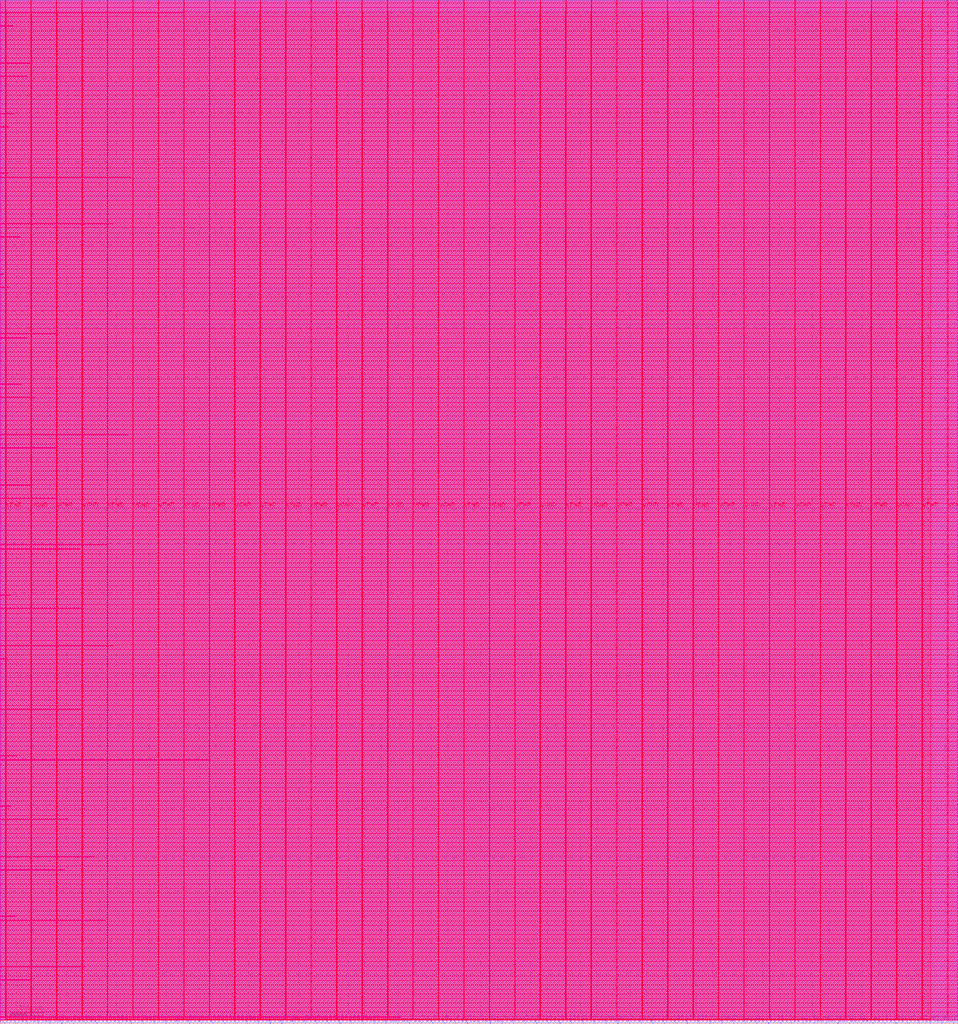
<source format=lef>
VERSION 5.7 ;
  NOWIREEXTENSIONATPIN ON ;
  DIVIDERCHAR "/" ;
  BUSBITCHARS "[]" ;
MACRO RAM_6Kx32
  CLASS BLOCK ;
  FOREIGN RAM_6Kx32 ;
  ORIGIN 0.000 0.000 ;
  SIZE 2889.825 BY 3087.440 ;
  PIN A[0]
    DIRECTION INPUT ;
    USE SIGNAL ;
    PORT
      LAYER met2 ;
        RECT 2247.380 0.000 2247.660 4.000 ;
    END
  END A[0]
  PIN A[10]
    DIRECTION INPUT ;
    USE SIGNAL ;
    PORT
      LAYER met2 ;
        RECT 2596.980 0.000 2597.260 4.000 ;
    END
  END A[10]
  PIN A[11]
    DIRECTION INPUT ;
    USE SIGNAL ;
    PORT
      LAYER met2 ;
        RECT 2631.940 0.000 2632.220 4.000 ;
    END
  END A[11]
  PIN A[12]
    DIRECTION INPUT ;
    USE SIGNAL ;
    PORT
      LAYER met2 ;
        RECT 2666.900 0.000 2667.180 4.000 ;
    END
  END A[12]
  PIN A[1]
    DIRECTION INPUT ;
    USE SIGNAL ;
    PORT
      LAYER met2 ;
        RECT 2282.340 0.000 2282.620 4.000 ;
    END
  END A[1]
  PIN A[2]
    DIRECTION INPUT ;
    USE SIGNAL ;
    PORT
      LAYER met2 ;
        RECT 2317.300 0.000 2317.580 4.000 ;
    END
  END A[2]
  PIN A[3]
    DIRECTION INPUT ;
    USE SIGNAL ;
    PORT
      LAYER met2 ;
        RECT 2352.260 0.000 2352.540 4.000 ;
    END
  END A[3]
  PIN A[4]
    DIRECTION INPUT ;
    USE SIGNAL ;
    PORT
      LAYER met2 ;
        RECT 2387.220 0.000 2387.500 4.000 ;
    END
  END A[4]
  PIN A[5]
    DIRECTION INPUT ;
    USE SIGNAL ;
    PORT
      LAYER met2 ;
        RECT 2422.180 0.000 2422.460 4.000 ;
    END
  END A[5]
  PIN A[6]
    DIRECTION INPUT ;
    USE SIGNAL ;
    PORT
      LAYER met2 ;
        RECT 2457.140 0.000 2457.420 4.000 ;
    END
  END A[6]
  PIN A[7]
    DIRECTION INPUT ;
    USE SIGNAL ;
    PORT
      LAYER met2 ;
        RECT 2492.100 0.000 2492.380 4.000 ;
    END
  END A[7]
  PIN A[8]
    DIRECTION INPUT ;
    USE SIGNAL ;
    PORT
      LAYER met2 ;
        RECT 2527.060 0.000 2527.340 4.000 ;
    END
  END A[8]
  PIN A[9]
    DIRECTION INPUT ;
    USE SIGNAL ;
    PORT
      LAYER met2 ;
        RECT 2562.020 0.000 2562.300 4.000 ;
    END
  END A[9]
  PIN CLK
    DIRECTION INPUT ;
    USE SIGNAL ;
    PORT
      LAYER met2 ;
        RECT 2701.860 0.000 2702.140 4.000 ;
    END
  END CLK
  PIN Di[0]
    DIRECTION INPUT ;
    USE SIGNAL ;
    PORT
      LAYER met2 ;
        RECT 1129.580 0.000 1129.860 4.000 ;
    END
  END Di[0]
  PIN Di[10]
    DIRECTION INPUT ;
    USE SIGNAL ;
    PORT
      LAYER met2 ;
        RECT 1478.720 0.000 1479.000 4.000 ;
    END
  END Di[10]
  PIN Di[11]
    DIRECTION INPUT ;
    USE SIGNAL ;
    PORT
      LAYER met2 ;
        RECT 1513.680 0.000 1513.960 4.000 ;
    END
  END Di[11]
  PIN Di[12]
    DIRECTION INPUT ;
    USE SIGNAL ;
    PORT
      LAYER met2 ;
        RECT 1548.640 0.000 1548.920 4.000 ;
    END
  END Di[12]
  PIN Di[13]
    DIRECTION INPUT ;
    USE SIGNAL ;
    PORT
      LAYER met2 ;
        RECT 1583.600 0.000 1583.880 4.000 ;
    END
  END Di[13]
  PIN Di[14]
    DIRECTION INPUT ;
    USE SIGNAL ;
    PORT
      LAYER met2 ;
        RECT 1618.560 0.000 1618.840 4.000 ;
    END
  END Di[14]
  PIN Di[15]
    DIRECTION INPUT ;
    USE SIGNAL ;
    PORT
      LAYER met2 ;
        RECT 1653.520 0.000 1653.800 4.000 ;
    END
  END Di[15]
  PIN Di[16]
    DIRECTION INPUT ;
    USE SIGNAL ;
    PORT
      LAYER met2 ;
        RECT 1688.480 0.000 1688.760 4.000 ;
    END
  END Di[16]
  PIN Di[17]
    DIRECTION INPUT ;
    USE SIGNAL ;
    PORT
      LAYER met2 ;
        RECT 1723.440 0.000 1723.720 4.000 ;
    END
  END Di[17]
  PIN Di[18]
    DIRECTION INPUT ;
    USE SIGNAL ;
    PORT
      LAYER met2 ;
        RECT 1758.400 0.000 1758.680 4.000 ;
    END
  END Di[18]
  PIN Di[19]
    DIRECTION INPUT ;
    USE SIGNAL ;
    PORT
      LAYER met2 ;
        RECT 1793.360 0.000 1793.640 4.000 ;
    END
  END Di[19]
  PIN Di[1]
    DIRECTION INPUT ;
    USE SIGNAL ;
    PORT
      LAYER met2 ;
        RECT 1164.540 0.000 1164.820 4.000 ;
    END
  END Di[1]
  PIN Di[20]
    DIRECTION INPUT ;
    USE SIGNAL ;
    PORT
      LAYER met2 ;
        RECT 1828.320 0.000 1828.600 4.000 ;
    END
  END Di[20]
  PIN Di[21]
    DIRECTION INPUT ;
    USE SIGNAL ;
    PORT
      LAYER met2 ;
        RECT 1863.280 0.000 1863.560 4.000 ;
    END
  END Di[21]
  PIN Di[22]
    DIRECTION INPUT ;
    USE SIGNAL ;
    PORT
      LAYER met2 ;
        RECT 1898.240 0.000 1898.520 4.000 ;
    END
  END Di[22]
  PIN Di[23]
    DIRECTION INPUT ;
    USE SIGNAL ;
    PORT
      LAYER met2 ;
        RECT 1933.200 0.000 1933.480 4.000 ;
    END
  END Di[23]
  PIN Di[24]
    DIRECTION INPUT ;
    USE SIGNAL ;
    PORT
      LAYER met2 ;
        RECT 1968.160 0.000 1968.440 4.000 ;
    END
  END Di[24]
  PIN Di[25]
    DIRECTION INPUT ;
    USE SIGNAL ;
    PORT
      LAYER met2 ;
        RECT 2003.120 0.000 2003.400 4.000 ;
    END
  END Di[25]
  PIN Di[26]
    DIRECTION INPUT ;
    USE SIGNAL ;
    PORT
      LAYER met2 ;
        RECT 2038.080 0.000 2038.360 4.000 ;
    END
  END Di[26]
  PIN Di[27]
    DIRECTION INPUT ;
    USE SIGNAL ;
    PORT
      LAYER met2 ;
        RECT 2073.040 0.000 2073.320 4.000 ;
    END
  END Di[27]
  PIN Di[28]
    DIRECTION INPUT ;
    USE SIGNAL ;
    PORT
      LAYER met2 ;
        RECT 2108.000 0.000 2108.280 4.000 ;
    END
  END Di[28]
  PIN Di[29]
    DIRECTION INPUT ;
    USE SIGNAL ;
    PORT
      LAYER met2 ;
        RECT 2142.960 0.000 2143.240 4.000 ;
    END
  END Di[29]
  PIN Di[2]
    DIRECTION INPUT ;
    USE SIGNAL ;
    PORT
      LAYER met2 ;
        RECT 1199.500 0.000 1199.780 4.000 ;
    END
  END Di[2]
  PIN Di[30]
    DIRECTION INPUT ;
    USE SIGNAL ;
    PORT
      LAYER met2 ;
        RECT 2177.920 0.000 2178.200 4.000 ;
    END
  END Di[30]
  PIN Di[31]
    DIRECTION INPUT ;
    USE SIGNAL ;
    PORT
      LAYER met2 ;
        RECT 2212.420 0.000 2212.700 4.000 ;
    END
  END Di[31]
  PIN Di[3]
    DIRECTION INPUT ;
    USE SIGNAL ;
    PORT
      LAYER met2 ;
        RECT 1234.460 0.000 1234.740 4.000 ;
    END
  END Di[3]
  PIN Di[4]
    DIRECTION INPUT ;
    USE SIGNAL ;
    PORT
      LAYER met2 ;
        RECT 1269.420 0.000 1269.700 4.000 ;
    END
  END Di[4]
  PIN Di[5]
    DIRECTION INPUT ;
    USE SIGNAL ;
    PORT
      LAYER met2 ;
        RECT 1304.380 0.000 1304.660 4.000 ;
    END
  END Di[5]
  PIN Di[6]
    DIRECTION INPUT ;
    USE SIGNAL ;
    PORT
      LAYER met2 ;
        RECT 1339.340 0.000 1339.620 4.000 ;
    END
  END Di[6]
  PIN Di[7]
    DIRECTION INPUT ;
    USE SIGNAL ;
    PORT
      LAYER met2 ;
        RECT 1374.300 0.000 1374.580 4.000 ;
    END
  END Di[7]
  PIN Di[8]
    DIRECTION INPUT ;
    USE SIGNAL ;
    PORT
      LAYER met2 ;
        RECT 1409.260 0.000 1409.540 4.000 ;
    END
  END Di[8]
  PIN Di[9]
    DIRECTION INPUT ;
    USE SIGNAL ;
    PORT
      LAYER met2 ;
        RECT 1444.220 0.000 1444.500 4.000 ;
    END
  END Di[9]
  PIN Do[0]
    DIRECTION OUTPUT TRISTATE ;
    USE SIGNAL ;
    PORT
      LAYER met2 ;
        RECT 11.780 0.000 12.060 4.000 ;
    END
  END Do[0]
  PIN Do[10]
    DIRECTION OUTPUT TRISTATE ;
    USE SIGNAL ;
    PORT
      LAYER met2 ;
        RECT 360.920 0.000 361.200 4.000 ;
    END
  END Do[10]
  PIN Do[11]
    DIRECTION OUTPUT TRISTATE ;
    USE SIGNAL ;
    PORT
      LAYER met2 ;
        RECT 395.880 0.000 396.160 4.000 ;
    END
  END Do[11]
  PIN Do[12]
    DIRECTION OUTPUT TRISTATE ;
    USE SIGNAL ;
    PORT
      LAYER met2 ;
        RECT 430.840 0.000 431.120 4.000 ;
    END
  END Do[12]
  PIN Do[13]
    DIRECTION OUTPUT TRISTATE ;
    USE SIGNAL ;
    PORT
      LAYER met2 ;
        RECT 465.800 0.000 466.080 4.000 ;
    END
  END Do[13]
  PIN Do[14]
    DIRECTION OUTPUT TRISTATE ;
    USE SIGNAL ;
    PORT
      LAYER met2 ;
        RECT 500.760 0.000 501.040 4.000 ;
    END
  END Do[14]
  PIN Do[15]
    DIRECTION OUTPUT TRISTATE ;
    USE SIGNAL ;
    PORT
      LAYER met2 ;
        RECT 535.720 0.000 536.000 4.000 ;
    END
  END Do[15]
  PIN Do[16]
    DIRECTION OUTPUT TRISTATE ;
    USE SIGNAL ;
    PORT
      LAYER met2 ;
        RECT 570.680 0.000 570.960 4.000 ;
    END
  END Do[16]
  PIN Do[17]
    DIRECTION OUTPUT TRISTATE ;
    USE SIGNAL ;
    PORT
      LAYER met2 ;
        RECT 605.640 0.000 605.920 4.000 ;
    END
  END Do[17]
  PIN Do[18]
    DIRECTION OUTPUT TRISTATE ;
    USE SIGNAL ;
    PORT
      LAYER met2 ;
        RECT 640.600 0.000 640.880 4.000 ;
    END
  END Do[18]
  PIN Do[19]
    DIRECTION OUTPUT TRISTATE ;
    USE SIGNAL ;
    PORT
      LAYER met2 ;
        RECT 675.560 0.000 675.840 4.000 ;
    END
  END Do[19]
  PIN Do[1]
    DIRECTION OUTPUT TRISTATE ;
    USE SIGNAL ;
    PORT
      LAYER met2 ;
        RECT 46.280 0.000 46.560 4.000 ;
    END
  END Do[1]
  PIN Do[20]
    DIRECTION OUTPUT TRISTATE ;
    USE SIGNAL ;
    PORT
      LAYER met2 ;
        RECT 710.520 0.000 710.800 4.000 ;
    END
  END Do[20]
  PIN Do[21]
    DIRECTION OUTPUT TRISTATE ;
    USE SIGNAL ;
    PORT
      LAYER met2 ;
        RECT 745.020 0.000 745.300 4.000 ;
    END
  END Do[21]
  PIN Do[22]
    DIRECTION OUTPUT TRISTATE ;
    USE SIGNAL ;
    PORT
      LAYER met2 ;
        RECT 779.980 0.000 780.260 4.000 ;
    END
  END Do[22]
  PIN Do[23]
    DIRECTION OUTPUT TRISTATE ;
    USE SIGNAL ;
    PORT
      LAYER met2 ;
        RECT 814.940 0.000 815.220 4.000 ;
    END
  END Do[23]
  PIN Do[24]
    DIRECTION OUTPUT TRISTATE ;
    USE SIGNAL ;
    PORT
      LAYER met2 ;
        RECT 849.900 0.000 850.180 4.000 ;
    END
  END Do[24]
  PIN Do[25]
    DIRECTION OUTPUT TRISTATE ;
    USE SIGNAL ;
    PORT
      LAYER met2 ;
        RECT 884.860 0.000 885.140 4.000 ;
    END
  END Do[25]
  PIN Do[26]
    DIRECTION OUTPUT TRISTATE ;
    USE SIGNAL ;
    PORT
      LAYER met2 ;
        RECT 919.820 0.000 920.100 4.000 ;
    END
  END Do[26]
  PIN Do[27]
    DIRECTION OUTPUT TRISTATE ;
    USE SIGNAL ;
    PORT
      LAYER met2 ;
        RECT 954.780 0.000 955.060 4.000 ;
    END
  END Do[27]
  PIN Do[28]
    DIRECTION OUTPUT TRISTATE ;
    USE SIGNAL ;
    PORT
      LAYER met2 ;
        RECT 989.740 0.000 990.020 4.000 ;
    END
  END Do[28]
  PIN Do[29]
    DIRECTION OUTPUT TRISTATE ;
    USE SIGNAL ;
    PORT
      LAYER met2 ;
        RECT 1024.700 0.000 1024.980 4.000 ;
    END
  END Do[29]
  PIN Do[2]
    DIRECTION OUTPUT TRISTATE ;
    USE SIGNAL ;
    PORT
      LAYER met2 ;
        RECT 81.240 0.000 81.520 4.000 ;
    END
  END Do[2]
  PIN Do[30]
    DIRECTION OUTPUT TRISTATE ;
    USE SIGNAL ;
    PORT
      LAYER met2 ;
        RECT 1059.660 0.000 1059.940 4.000 ;
    END
  END Do[30]
  PIN Do[31]
    DIRECTION OUTPUT TRISTATE ;
    USE SIGNAL ;
    PORT
      LAYER met2 ;
        RECT 1094.620 0.000 1094.900 4.000 ;
    END
  END Do[31]
  PIN Do[3]
    DIRECTION OUTPUT TRISTATE ;
    USE SIGNAL ;
    PORT
      LAYER met2 ;
        RECT 116.200 0.000 116.480 4.000 ;
    END
  END Do[3]
  PIN Do[4]
    DIRECTION OUTPUT TRISTATE ;
    USE SIGNAL ;
    PORT
      LAYER met2 ;
        RECT 151.160 0.000 151.440 4.000 ;
    END
  END Do[4]
  PIN Do[5]
    DIRECTION OUTPUT TRISTATE ;
    USE SIGNAL ;
    PORT
      LAYER met2 ;
        RECT 186.120 0.000 186.400 4.000 ;
    END
  END Do[5]
  PIN Do[6]
    DIRECTION OUTPUT TRISTATE ;
    USE SIGNAL ;
    PORT
      LAYER met2 ;
        RECT 221.080 0.000 221.360 4.000 ;
    END
  END Do[6]
  PIN Do[7]
    DIRECTION OUTPUT TRISTATE ;
    USE SIGNAL ;
    PORT
      LAYER met2 ;
        RECT 256.040 0.000 256.320 4.000 ;
    END
  END Do[7]
  PIN Do[8]
    DIRECTION OUTPUT TRISTATE ;
    USE SIGNAL ;
    PORT
      LAYER met2 ;
        RECT 291.000 0.000 291.280 4.000 ;
    END
  END Do[8]
  PIN Do[9]
    DIRECTION OUTPUT TRISTATE ;
    USE SIGNAL ;
    PORT
      LAYER met2 ;
        RECT 325.960 0.000 326.240 4.000 ;
    END
  END Do[9]
  PIN EN
    DIRECTION INPUT ;
    USE SIGNAL ;
    PORT
      LAYER met2 ;
        RECT 2876.660 0.000 2876.940 4.000 ;
    END
  END EN
  PIN WE[0]
    DIRECTION INPUT ;
    USE SIGNAL ;
    PORT
      LAYER met2 ;
        RECT 2736.820 0.000 2737.100 4.000 ;
    END
  END WE[0]
  PIN WE[1]
    DIRECTION INPUT ;
    USE SIGNAL ;
    PORT
      LAYER met2 ;
        RECT 2771.780 0.000 2772.060 4.000 ;
    END
  END WE[1]
  PIN WE[2]
    DIRECTION INPUT ;
    USE SIGNAL ;
    PORT
      LAYER met2 ;
        RECT 2806.740 0.000 2807.020 4.000 ;
    END
  END WE[2]
  PIN WE[3]
    DIRECTION INPUT ;
    USE SIGNAL ;
    PORT
      LAYER met2 ;
        RECT 2841.700 0.000 2841.980 4.000 ;
    END
  END WE[3]
  PIN VPWR
    DIRECTION INOUT ;
    USE POWER ;
    PORT
      LAYER met4 ;
        RECT 2780.510 10.640 2782.110 3087.440 ;
    END
  END VPWR
  PIN VPWR
    DIRECTION INOUT ;
    USE POWER ;
    PORT
      LAYER met4 ;
        RECT 2626.910 10.640 2628.510 3087.440 ;
    END
  END VPWR
  PIN VPWR
    DIRECTION INOUT ;
    USE POWER ;
    PORT
      LAYER met4 ;
        RECT 2473.310 10.640 2474.910 3087.440 ;
    END
  END VPWR
  PIN VPWR
    DIRECTION INOUT ;
    USE POWER ;
    PORT
      LAYER met4 ;
        RECT 2319.710 10.640 2321.310 3087.440 ;
    END
  END VPWR
  PIN VPWR
    DIRECTION INOUT ;
    USE POWER ;
    PORT
      LAYER met4 ;
        RECT 2166.110 10.640 2167.710 3087.440 ;
    END
  END VPWR
  PIN VPWR
    DIRECTION INOUT ;
    USE POWER ;
    PORT
      LAYER met4 ;
        RECT 2012.510 10.640 2014.110 3087.440 ;
    END
  END VPWR
  PIN VPWR
    DIRECTION INOUT ;
    USE POWER ;
    PORT
      LAYER met4 ;
        RECT 1858.910 10.640 1860.510 3087.440 ;
    END
  END VPWR
  PIN VPWR
    DIRECTION INOUT ;
    USE POWER ;
    PORT
      LAYER met4 ;
        RECT 1705.310 10.640 1706.910 3087.440 ;
    END
  END VPWR
  PIN VPWR
    DIRECTION INOUT ;
    USE POWER ;
    PORT
      LAYER met4 ;
        RECT 1551.710 10.640 1553.310 3087.440 ;
    END
  END VPWR
  PIN VPWR
    DIRECTION INOUT ;
    USE POWER ;
    PORT
      LAYER met4 ;
        RECT 1398.110 10.640 1399.710 3087.440 ;
    END
  END VPWR
  PIN VPWR
    DIRECTION INOUT ;
    USE POWER ;
    PORT
      LAYER met4 ;
        RECT 1244.510 10.640 1246.110 3087.440 ;
    END
  END VPWR
  PIN VPWR
    DIRECTION INOUT ;
    USE POWER ;
    PORT
      LAYER met4 ;
        RECT 1090.910 10.640 1092.510 3087.440 ;
    END
  END VPWR
  PIN VPWR
    DIRECTION INOUT ;
    USE POWER ;
    PORT
      LAYER met4 ;
        RECT 937.310 10.640 938.910 3087.440 ;
    END
  END VPWR
  PIN VPWR
    DIRECTION INOUT ;
    USE POWER ;
    PORT
      LAYER met4 ;
        RECT 783.710 10.640 785.310 3087.440 ;
    END
  END VPWR
  PIN VPWR
    DIRECTION INOUT ;
    USE POWER ;
    PORT
      LAYER met4 ;
        RECT 630.110 10.640 631.710 3087.440 ;
    END
  END VPWR
  PIN VPWR
    DIRECTION INOUT ;
    USE POWER ;
    PORT
      LAYER met4 ;
        RECT 476.510 10.640 478.110 3087.440 ;
    END
  END VPWR
  PIN VPWR
    DIRECTION INOUT ;
    USE POWER ;
    PORT
      LAYER met4 ;
        RECT 322.910 10.640 324.510 3087.440 ;
    END
  END VPWR
  PIN VPWR
    DIRECTION INOUT ;
    USE POWER ;
    PORT
      LAYER met4 ;
        RECT 169.310 10.640 170.910 3087.440 ;
    END
  END VPWR
  PIN VPWR
    DIRECTION INOUT ;
    USE POWER ;
    PORT
      LAYER met4 ;
        RECT 15.710 10.640 17.310 3087.440 ;
    END
  END VPWR
  PIN VGND
    DIRECTION INOUT ;
    USE GROUND ;
    PORT
      LAYER met4 ;
        RECT 2857.310 10.640 2858.910 3087.440 ;
    END
  END VGND
  PIN VGND
    DIRECTION INOUT ;
    USE GROUND ;
    PORT
      LAYER met4 ;
        RECT 2703.710 10.640 2705.310 3087.440 ;
    END
  END VGND
  PIN VGND
    DIRECTION INOUT ;
    USE GROUND ;
    PORT
      LAYER met4 ;
        RECT 2550.110 10.640 2551.710 3087.440 ;
    END
  END VGND
  PIN VGND
    DIRECTION INOUT ;
    USE GROUND ;
    PORT
      LAYER met4 ;
        RECT 2396.510 10.640 2398.110 3087.440 ;
    END
  END VGND
  PIN VGND
    DIRECTION INOUT ;
    USE GROUND ;
    PORT
      LAYER met4 ;
        RECT 2242.910 10.640 2244.510 3087.440 ;
    END
  END VGND
  PIN VGND
    DIRECTION INOUT ;
    USE GROUND ;
    PORT
      LAYER met4 ;
        RECT 2089.310 10.640 2090.910 3087.440 ;
    END
  END VGND
  PIN VGND
    DIRECTION INOUT ;
    USE GROUND ;
    PORT
      LAYER met4 ;
        RECT 1935.710 10.640 1937.310 3087.440 ;
    END
  END VGND
  PIN VGND
    DIRECTION INOUT ;
    USE GROUND ;
    PORT
      LAYER met4 ;
        RECT 1782.110 10.640 1783.710 3087.440 ;
    END
  END VGND
  PIN VGND
    DIRECTION INOUT ;
    USE GROUND ;
    PORT
      LAYER met4 ;
        RECT 1628.510 10.640 1630.110 3087.440 ;
    END
  END VGND
  PIN VGND
    DIRECTION INOUT ;
    USE GROUND ;
    PORT
      LAYER met4 ;
        RECT 1474.910 10.640 1476.510 3087.440 ;
    END
  END VGND
  PIN VGND
    DIRECTION INOUT ;
    USE GROUND ;
    PORT
      LAYER met4 ;
        RECT 1321.310 10.640 1322.910 3087.440 ;
    END
  END VGND
  PIN VGND
    DIRECTION INOUT ;
    USE GROUND ;
    PORT
      LAYER met4 ;
        RECT 1167.710 10.640 1169.310 3087.440 ;
    END
  END VGND
  PIN VGND
    DIRECTION INOUT ;
    USE GROUND ;
    PORT
      LAYER met4 ;
        RECT 1014.110 10.640 1015.710 3087.440 ;
    END
  END VGND
  PIN VGND
    DIRECTION INOUT ;
    USE GROUND ;
    PORT
      LAYER met4 ;
        RECT 860.510 10.640 862.110 3087.440 ;
    END
  END VGND
  PIN VGND
    DIRECTION INOUT ;
    USE GROUND ;
    PORT
      LAYER met4 ;
        RECT 706.910 10.640 708.510 3087.440 ;
    END
  END VGND
  PIN VGND
    DIRECTION INOUT ;
    USE GROUND ;
    PORT
      LAYER met4 ;
        RECT 553.310 10.640 554.910 3087.440 ;
    END
  END VGND
  PIN VGND
    DIRECTION INOUT ;
    USE GROUND ;
    PORT
      LAYER met4 ;
        RECT 399.710 10.640 401.310 3087.440 ;
    END
  END VGND
  PIN VGND
    DIRECTION INOUT ;
    USE GROUND ;
    PORT
      LAYER met4 ;
        RECT 246.110 10.640 247.710 3087.440 ;
    END
  END VGND
  PIN VGND
    DIRECTION INOUT ;
    USE GROUND ;
    PORT
      LAYER met4 ;
        RECT 92.510 10.640 94.110 3087.440 ;
    END
  END VGND
  OBS
      LAYER nwell ;
        RECT 0.000 3083.065 2889.180 3085.895 ;
        RECT 0.000 3077.625 2889.180 3080.455 ;
        RECT 0.000 3074.965 1615.325 3075.015 ;
        RECT 0.000 3072.235 2889.180 3074.965 ;
        RECT 0.000 3072.185 1452.485 3072.235 ;
        RECT 0.000 3069.525 904.165 3069.575 ;
        RECT 0.000 3066.795 2889.180 3069.525 ;
        RECT 0.000 3066.745 600.105 3066.795 ;
        RECT 0.000 3064.085 731.205 3064.135 ;
        RECT 0.000 3061.355 2889.180 3064.085 ;
        RECT 0.000 3061.305 555.485 3061.355 ;
        RECT 0.000 3058.645 570.205 3058.695 ;
        RECT 0.000 3055.915 2889.180 3058.645 ;
        RECT 0.000 3055.865 630.465 3055.915 ;
        RECT 0.000 3053.205 773.525 3053.255 ;
        RECT 0.000 3050.475 2889.180 3053.205 ;
        RECT 0.000 3050.425 552.725 3050.475 ;
        RECT 0.000 3047.765 647.025 3047.815 ;
        RECT 0.000 3045.035 2889.180 3047.765 ;
        RECT 0.000 3044.985 667.265 3045.035 ;
        RECT 0.000 3042.325 588.145 3042.375 ;
        RECT 0.000 3039.595 2889.180 3042.325 ;
        RECT 0.000 3039.545 632.765 3039.595 ;
        RECT 0.000 3036.885 569.285 3036.935 ;
        RECT 0.000 3034.155 2889.180 3036.885 ;
        RECT 0.000 3034.105 602.865 3034.155 ;
        RECT 0.000 3031.445 618.045 3031.495 ;
        RECT 0.000 3028.715 2889.180 3031.445 ;
        RECT 0.000 3028.665 562.845 3028.715 ;
        RECT 0.000 3026.005 369.645 3026.055 ;
        RECT 0.000 3023.275 2889.180 3026.005 ;
        RECT 0.000 3023.225 319.505 3023.275 ;
        RECT 0.000 3020.565 278.105 3020.615 ;
        RECT 0.000 3017.835 2889.180 3020.565 ;
        RECT 0.000 3017.785 162.185 3017.835 ;
        RECT 0.000 3015.125 117.565 3015.175 ;
        RECT 0.000 3012.395 2889.180 3015.125 ;
        RECT 0.000 3012.345 99.625 3012.395 ;
        RECT 0.000 3009.685 37.065 3009.735 ;
        RECT 0.000 3006.955 2889.180 3009.685 ;
        RECT 0.000 3006.905 69.725 3006.955 ;
        RECT 0.000 3004.245 55.925 3004.295 ;
        RECT 0.000 3001.515 2889.180 3004.245 ;
        RECT 0.000 3001.465 407.825 3001.515 ;
        RECT 0.000 2998.805 29.245 2998.855 ;
        RECT 0.000 2996.075 2889.180 2998.805 ;
        RECT 0.000 2996.025 11.765 2996.075 ;
        RECT 0.000 2993.365 30.165 2993.415 ;
        RECT 0.000 2990.635 2889.180 2993.365 ;
        RECT 0.000 2990.585 113.885 2990.635 ;
        RECT 0.000 2987.925 57.765 2987.975 ;
        RECT 0.000 2985.195 2889.180 2987.925 ;
        RECT 0.000 2985.145 171.385 2985.195 ;
        RECT 0.000 2982.485 271.205 2982.535 ;
        RECT 0.000 2979.755 2889.180 2982.485 ;
        RECT 0.000 2979.705 3.485 2979.755 ;
        RECT 0.000 2977.045 36.605 2977.095 ;
        RECT 0.000 2974.315 2889.180 2977.045 ;
        RECT 0.000 2974.265 98.245 2974.315 ;
        RECT 0.000 2971.605 147.925 2971.655 ;
        RECT 0.000 2968.875 2889.180 2971.605 ;
        RECT 0.000 2968.825 283.625 2968.875 ;
        RECT 0.000 2966.165 8.545 2966.215 ;
        RECT 0.000 2963.435 2889.180 2966.165 ;
        RECT 0.000 2963.385 67.885 2963.435 ;
        RECT 0.000 2960.725 380.685 2960.775 ;
        RECT 0.000 2957.995 2889.180 2960.725 ;
        RECT 0.000 2957.945 2.565 2957.995 ;
        RECT 0.000 2955.285 117.105 2955.335 ;
        RECT 0.000 2952.555 2889.180 2955.285 ;
        RECT 0.000 2952.505 43.505 2952.555 ;
        RECT 0.000 2949.845 224.285 2949.895 ;
        RECT 0.000 2947.115 2889.180 2949.845 ;
        RECT 0.000 2947.065 115.725 2947.115 ;
        RECT 0.000 2944.405 100.085 2944.455 ;
        RECT 0.000 2941.675 2889.180 2944.405 ;
        RECT 0.000 2941.625 31.545 2941.675 ;
        RECT 0.000 2938.965 72.485 2939.015 ;
        RECT 0.000 2936.235 2889.180 2938.965 ;
        RECT 0.000 2936.185 154.365 2936.235 ;
        RECT 0.000 2933.525 2.565 2933.575 ;
        RECT 0.000 2930.795 2889.180 2933.525 ;
        RECT 0.000 2930.745 87.205 2930.795 ;
        RECT 0.000 2928.085 273.045 2928.135 ;
        RECT 0.000 2925.355 2889.180 2928.085 ;
        RECT 0.000 2925.305 3.945 2925.355 ;
        RECT 0.000 2922.645 52.245 2922.695 ;
        RECT 0.000 2919.915 2889.180 2922.645 ;
        RECT 0.000 2919.865 219.225 2919.915 ;
        RECT 0.000 2917.205 34.765 2917.255 ;
        RECT 0.000 2914.475 2889.180 2917.205 ;
        RECT 0.000 2914.425 68.345 2914.475 ;
        RECT 0.000 2911.765 110.665 2911.815 ;
        RECT 0.000 2909.035 2889.180 2911.765 ;
        RECT 0.000 2908.985 20.965 2909.035 ;
        RECT 0.000 2906.325 279.485 2906.375 ;
        RECT 0.000 2903.595 2889.180 2906.325 ;
        RECT 0.000 2903.545 236.245 2903.595 ;
        RECT 0.000 2900.885 24.645 2900.935 ;
        RECT 0.000 2898.155 2889.180 2900.885 ;
        RECT 0.000 2898.105 96.405 2898.155 ;
        RECT 0.000 2895.445 9.005 2895.495 ;
        RECT 0.000 2892.715 2889.180 2895.445 ;
        RECT 0.000 2892.665 90.425 2892.715 ;
        RECT 0.000 2890.005 303.865 2890.055 ;
        RECT 0.000 2887.275 2889.180 2890.005 ;
        RECT 0.000 2887.225 21.425 2887.275 ;
        RECT 0.000 2884.565 205.425 2884.615 ;
        RECT 0.000 2881.835 2889.180 2884.565 ;
        RECT 0.000 2881.785 71.105 2881.835 ;
        RECT 0.000 2879.125 131.365 2879.175 ;
        RECT 0.000 2876.395 2889.180 2879.125 ;
        RECT 0.000 2876.345 38.905 2876.395 ;
        RECT 0.000 2873.685 6.245 2873.735 ;
        RECT 0.000 2870.955 2889.180 2873.685 ;
        RECT 0.000 2870.905 486.485 2870.955 ;
        RECT 0.000 2868.245 278.105 2868.295 ;
        RECT 0.000 2865.515 2889.180 2868.245 ;
        RECT 0.000 2865.465 296.505 2865.515 ;
        RECT 0.000 2862.805 233.485 2862.855 ;
        RECT 0.000 2860.075 2889.180 2862.805 ;
        RECT 0.000 2860.025 3.945 2860.075 ;
        RECT 0.000 2857.365 79.385 2857.415 ;
        RECT 0.000 2854.635 2889.180 2857.365 ;
        RECT 0.000 2854.585 423.465 2854.635 ;
        RECT 0.000 2851.925 72.025 2851.975 ;
        RECT 0.000 2849.195 2889.180 2851.925 ;
        RECT 0.000 2849.145 9.925 2849.195 ;
        RECT 0.000 2846.485 37.065 2846.535 ;
        RECT 0.000 2843.755 2889.180 2846.485 ;
        RECT 0.000 2843.705 21.425 2843.755 ;
        RECT 0.000 2841.045 54.545 2841.095 ;
        RECT 0.000 2838.315 2889.180 2841.045 ;
        RECT 0.000 2838.265 37.525 2838.315 ;
        RECT 0.000 2835.605 302.485 2835.655 ;
        RECT 0.000 2832.875 2889.180 2835.605 ;
        RECT 0.000 2832.825 129.065 2832.875 ;
        RECT 0.000 2830.165 2.565 2830.215 ;
        RECT 0.000 2827.435 2889.180 2830.165 ;
        RECT 0.000 2827.385 77.085 2827.435 ;
        RECT 0.000 2824.725 90.425 2824.775 ;
        RECT 0.000 2821.995 2889.180 2824.725 ;
        RECT 0.000 2821.945 246.365 2821.995 ;
        RECT 0.000 2819.285 9.005 2819.335 ;
        RECT 0.000 2816.555 2889.180 2819.285 ;
        RECT 0.000 2816.505 106.985 2816.555 ;
        RECT 0.000 2813.845 129.065 2813.895 ;
        RECT 0.000 2811.115 2889.180 2813.845 ;
        RECT 0.000 2811.065 114.805 2811.115 ;
        RECT 0.000 2808.405 55.465 2808.455 ;
        RECT 0.000 2805.675 2889.180 2808.405 ;
        RECT 0.000 2805.625 59.145 2805.675 ;
        RECT 0.000 2802.965 20.505 2803.015 ;
        RECT 0.000 2800.235 2889.180 2802.965 ;
        RECT 0.000 2800.185 102.845 2800.235 ;
        RECT 0.000 2797.525 7.165 2797.575 ;
        RECT 0.000 2794.795 2889.180 2797.525 ;
        RECT 0.000 2794.745 177.825 2794.795 ;
        RECT 0.000 2792.085 23.265 2792.135 ;
        RECT 0.000 2789.355 2889.180 2792.085 ;
        RECT 0.000 2789.305 66.965 2789.355 ;
        RECT 0.000 2786.645 51.785 2786.695 ;
        RECT 0.000 2783.915 2889.180 2786.645 ;
        RECT 0.000 2783.865 106.985 2783.915 ;
        RECT 0.000 2781.205 3.945 2781.255 ;
        RECT 0.000 2778.475 2889.180 2781.205 ;
        RECT 0.000 2778.425 37.525 2778.475 ;
        RECT 0.000 2775.765 177.365 2775.815 ;
        RECT 0.000 2773.035 2889.180 2775.765 ;
        RECT 0.000 2772.985 275.345 2773.035 ;
        RECT 0.000 2770.325 115.725 2770.375 ;
        RECT 0.000 2767.595 2889.180 2770.325 ;
        RECT 0.000 2767.545 327.785 2767.595 ;
        RECT 0.000 2764.885 8.085 2764.935 ;
        RECT 0.000 2762.155 2889.180 2764.885 ;
        RECT 0.000 2762.105 22.805 2762.155 ;
        RECT 0.000 2759.445 363.205 2759.495 ;
        RECT 0.000 2756.715 2889.180 2759.445 ;
        RECT 0.000 2756.665 77.085 2756.715 ;
        RECT 0.000 2754.005 105.605 2754.055 ;
        RECT 0.000 2751.275 2889.180 2754.005 ;
        RECT 0.000 2751.225 22.805 2751.275 ;
        RECT 0.000 2748.565 132.285 2748.615 ;
        RECT 0.000 2745.835 2889.180 2748.565 ;
        RECT 0.000 2745.785 40.285 2745.835 ;
        RECT 0.000 2743.125 37.065 2743.175 ;
        RECT 0.000 2740.395 2889.180 2743.125 ;
        RECT 0.000 2740.345 4.865 2740.395 ;
        RECT 0.000 2737.685 187.485 2737.735 ;
        RECT 0.000 2734.955 2889.180 2737.685 ;
        RECT 0.000 2734.905 89.045 2734.955 ;
        RECT 0.000 2732.245 27.405 2732.295 ;
        RECT 0.000 2729.515 2889.180 2732.245 ;
        RECT 0.000 2729.465 115.265 2729.515 ;
        RECT 0.000 2726.805 20.505 2726.855 ;
        RECT 0.000 2724.075 2889.180 2726.805 ;
        RECT 0.000 2724.025 103.765 2724.075 ;
        RECT 0.000 2721.365 43.965 2721.415 ;
        RECT 0.000 2718.635 2889.180 2721.365 ;
        RECT 0.000 2718.585 153.905 2718.635 ;
        RECT 0.000 2715.925 213.245 2715.975 ;
        RECT 0.000 2713.195 2889.180 2715.925 ;
        RECT 0.000 2713.145 405.525 2713.195 ;
        RECT 0.000 2710.485 56.385 2710.535 ;
        RECT 0.000 2707.755 2889.180 2710.485 ;
        RECT 0.000 2707.705 163.105 2707.755 ;
        RECT 0.000 2705.045 26.025 2705.095 ;
        RECT 0.000 2702.315 2889.180 2705.045 ;
        RECT 0.000 2702.265 93.185 2702.315 ;
        RECT 0.000 2699.605 37.065 2699.655 ;
        RECT 0.000 2696.875 2889.180 2699.605 ;
        RECT 0.000 2696.825 176.905 2696.875 ;
        RECT 0.000 2694.165 9.005 2694.215 ;
        RECT 0.000 2691.435 2889.180 2694.165 ;
        RECT 0.000 2691.385 114.345 2691.435 ;
        RECT 0.000 2688.725 27.865 2688.775 ;
        RECT 0.000 2685.995 2889.180 2688.725 ;
        RECT 0.000 2685.945 76.165 2685.995 ;
        RECT 0.000 2683.285 472.225 2683.335 ;
        RECT 0.000 2680.555 2889.180 2683.285 ;
        RECT 0.000 2680.505 394.485 2680.555 ;
        RECT 0.000 2677.845 326.405 2677.895 ;
        RECT 0.000 2675.115 2889.180 2677.845 ;
        RECT 0.000 2675.065 692.105 2675.115 ;
        RECT 0.000 2672.405 313.525 2672.455 ;
        RECT 0.000 2669.675 2889.180 2672.405 ;
        RECT 0.000 2669.625 359.525 2669.675 ;
        RECT 0.000 2666.965 195.765 2667.015 ;
        RECT 0.000 2664.235 2889.180 2666.965 ;
        RECT 0.000 2664.185 94.565 2664.235 ;
        RECT 0.000 2661.525 26.945 2661.575 ;
        RECT 0.000 2658.795 2889.180 2661.525 ;
        RECT 0.000 2658.745 155.285 2658.795 ;
        RECT 0.000 2656.085 45.805 2656.135 ;
        RECT 0.000 2653.355 2889.180 2656.085 ;
        RECT 0.000 2653.305 129.065 2653.355 ;
        RECT 0.000 2650.645 26.485 2650.695 ;
        RECT 0.000 2647.915 2889.180 2650.645 ;
        RECT 0.000 2647.865 95.945 2647.915 ;
        RECT 0.000 2645.205 26.485 2645.255 ;
        RECT 0.000 2642.475 2889.180 2645.205 ;
        RECT 0.000 2642.425 127.685 2642.475 ;
        RECT 0.000 2639.765 37.065 2639.815 ;
        RECT 0.000 2637.035 2889.180 2639.765 ;
        RECT 0.000 2636.985 57.765 2637.035 ;
        RECT 0.000 2634.325 23.725 2634.375 ;
        RECT 0.000 2631.595 2889.180 2634.325 ;
        RECT 0.000 2631.545 118.485 2631.595 ;
        RECT 0.000 2628.885 218.765 2628.935 ;
        RECT 0.000 2626.155 2889.180 2628.885 ;
        RECT 0.000 2626.105 86.745 2626.155 ;
        RECT 0.000 2623.445 23.265 2623.495 ;
        RECT 0.000 2620.715 2889.180 2623.445 ;
        RECT 0.000 2620.665 127.685 2620.715 ;
        RECT 0.000 2618.005 65.125 2618.055 ;
        RECT 0.000 2615.275 2889.180 2618.005 ;
        RECT 0.000 2615.225 269.825 2615.275 ;
        RECT 0.000 2612.565 36.605 2612.615 ;
        RECT 0.000 2609.835 2889.180 2612.565 ;
        RECT 0.000 2609.785 22.805 2609.835 ;
        RECT 0.000 2607.125 26.025 2607.175 ;
        RECT 0.000 2604.395 2889.180 2607.125 ;
        RECT 0.000 2604.345 290.525 2604.395 ;
        RECT 0.000 2601.685 467.165 2601.735 ;
        RECT 0.000 2598.955 2889.180 2601.685 ;
        RECT 0.000 2598.905 198.065 2598.955 ;
        RECT 0.000 2596.245 56.845 2596.295 ;
        RECT 0.000 2593.515 2889.180 2596.245 ;
        RECT 0.000 2593.465 42.585 2593.515 ;
        RECT 0.000 2590.805 131.825 2590.855 ;
        RECT 0.000 2588.075 2889.180 2590.805 ;
        RECT 0.000 2588.025 29.705 2588.075 ;
        RECT 0.000 2585.365 28.325 2585.415 ;
        RECT 0.000 2582.635 2889.180 2585.365 ;
        RECT 0.000 2582.585 119.865 2582.635 ;
        RECT 0.000 2579.925 230.725 2579.975 ;
        RECT 0.000 2577.195 2889.180 2579.925 ;
        RECT 0.000 2577.145 415.645 2577.195 ;
        RECT 0.000 2574.485 26.485 2574.535 ;
        RECT 0.000 2571.755 2889.180 2574.485 ;
        RECT 0.000 2571.705 442.785 2571.755 ;
        RECT 0.000 2569.045 107.905 2569.095 ;
        RECT 0.000 2566.315 2889.180 2569.045 ;
        RECT 0.000 2566.265 22.805 2566.315 ;
        RECT 0.000 2563.605 141.485 2563.655 ;
        RECT 0.000 2560.875 2889.180 2563.605 ;
        RECT 0.000 2560.825 66.965 2560.875 ;
        RECT 0.000 2558.165 25.565 2558.215 ;
        RECT 0.000 2555.435 2889.180 2558.165 ;
        RECT 0.000 2555.385 43.505 2555.435 ;
        RECT 0.000 2552.725 393.105 2552.775 ;
        RECT 0.000 2549.995 2889.180 2552.725 ;
        RECT 0.000 2549.945 38.445 2549.995 ;
        RECT 0.000 2547.285 56.385 2547.335 ;
        RECT 0.000 2544.555 2889.180 2547.285 ;
        RECT 0.000 2544.505 175.065 2544.555 ;
        RECT 0.000 2541.845 24.645 2541.895 ;
        RECT 0.000 2539.115 2889.180 2541.845 ;
        RECT 0.000 2539.065 219.225 2539.115 ;
        RECT 0.000 2536.405 136.425 2536.455 ;
        RECT 0.000 2533.675 2889.180 2536.405 ;
        RECT 0.000 2533.625 57.765 2533.675 ;
        RECT 0.000 2530.965 23.265 2531.015 ;
        RECT 0.000 2528.235 2889.180 2530.965 ;
        RECT 0.000 2528.185 302.945 2528.235 ;
        RECT 0.000 2525.525 288.225 2525.575 ;
        RECT 0.000 2522.795 2889.180 2525.525 ;
        RECT 0.000 2522.745 22.805 2522.795 ;
        RECT 0.000 2520.085 87.665 2520.135 ;
        RECT 0.000 2517.355 2889.180 2520.085 ;
        RECT 0.000 2517.305 50.865 2517.355 ;
        RECT 0.000 2514.645 105.145 2514.695 ;
        RECT 0.000 2511.915 2889.180 2514.645 ;
        RECT 0.000 2511.865 22.805 2511.915 ;
        RECT 0.000 2509.205 177.365 2509.255 ;
        RECT 0.000 2506.475 2889.180 2509.205 ;
        RECT 0.000 2506.425 434.965 2506.475 ;
        RECT 0.000 2503.765 652.545 2503.815 ;
        RECT 0.000 2501.035 2889.180 2503.765 ;
        RECT 0.000 2500.985 575.265 2501.035 ;
        RECT 0.000 2498.325 1325.065 2498.375 ;
        RECT 0.000 2495.595 2889.180 2498.325 ;
        RECT 0.000 2495.545 50.865 2495.595 ;
        RECT 0.000 2492.885 268.905 2492.935 ;
        RECT 0.000 2490.155 2889.180 2492.885 ;
        RECT 0.000 2490.105 78.925 2490.155 ;
        RECT 0.000 2487.445 4.405 2487.495 ;
        RECT 0.000 2484.715 2889.180 2487.445 ;
        RECT 0.000 2484.665 19.125 2484.715 ;
        RECT 0.000 2482.005 117.565 2482.055 ;
        RECT 0.000 2479.275 2889.180 2482.005 ;
        RECT 0.000 2479.225 71.105 2479.275 ;
        RECT 0.000 2476.565 296.505 2476.615 ;
        RECT 0.000 2473.835 2889.180 2476.565 ;
        RECT 0.000 2473.785 20.505 2473.835 ;
        RECT 0.000 2471.125 84.445 2471.175 ;
        RECT 0.000 2468.395 2889.180 2471.125 ;
        RECT 0.000 2468.345 261.545 2468.395 ;
        RECT 0.000 2465.685 4.405 2465.735 ;
        RECT 0.000 2462.955 2889.180 2465.685 ;
        RECT 0.000 2462.905 37.985 2462.955 ;
        RECT 0.000 2460.245 224.285 2460.295 ;
        RECT 0.000 2457.515 2889.180 2460.245 ;
        RECT 0.000 2457.465 22.805 2457.515 ;
        RECT 0.000 2454.805 184.265 2454.855 ;
        RECT 0.000 2452.075 2889.180 2454.805 ;
        RECT 0.000 2452.025 3.485 2452.075 ;
        RECT 0.000 2449.365 141.025 2449.415 ;
        RECT 0.000 2446.635 2889.180 2449.365 ;
        RECT 0.000 2446.585 37.525 2446.635 ;
        RECT 0.000 2443.925 21.425 2443.975 ;
        RECT 0.000 2441.195 2889.180 2443.925 ;
        RECT 0.000 2441.145 3.945 2441.195 ;
        RECT 0.000 2438.485 88.125 2438.535 ;
        RECT 0.000 2435.755 2889.180 2438.485 ;
        RECT 0.000 2435.705 69.725 2435.755 ;
        RECT 0.000 2433.045 130.445 2433.095 ;
        RECT 0.000 2430.315 2889.180 2433.045 ;
        RECT 0.000 2430.265 160.805 2430.315 ;
        RECT 0.000 2427.605 44.885 2427.655 ;
        RECT 0.000 2424.875 2889.180 2427.605 ;
        RECT 0.000 2424.825 210.945 2424.875 ;
        RECT 0.000 2422.165 3.945 2422.215 ;
        RECT 0.000 2419.435 2889.180 2422.165 ;
        RECT 0.000 2419.385 22.805 2419.435 ;
        RECT 0.000 2416.725 121.245 2416.775 ;
        RECT 0.000 2413.995 2889.180 2416.725 ;
        RECT 0.000 2413.945 341.585 2413.995 ;
        RECT 0.000 2411.285 92.725 2411.335 ;
        RECT 0.000 2408.555 2889.180 2411.285 ;
        RECT 0.000 2408.505 156.205 2408.555 ;
        RECT 0.000 2405.845 420.705 2405.895 ;
        RECT 0.000 2403.115 2889.180 2405.845 ;
        RECT 0.000 2403.065 18.665 2403.115 ;
        RECT 0.000 2400.405 5.325 2400.455 ;
        RECT 0.000 2397.675 2889.180 2400.405 ;
        RECT 0.000 2397.625 121.245 2397.675 ;
        RECT 0.000 2394.965 75.705 2395.015 ;
        RECT 0.000 2392.235 2889.180 2394.965 ;
        RECT 0.000 2392.185 406.905 2392.235 ;
        RECT 0.000 2389.525 61.905 2389.575 ;
        RECT 0.000 2386.795 2889.180 2389.525 ;
        RECT 0.000 2386.745 22.805 2386.795 ;
        RECT 0.000 2384.085 120.785 2384.135 ;
        RECT 0.000 2381.355 2889.180 2384.085 ;
        RECT 0.000 2381.305 42.125 2381.355 ;
        RECT 0.000 2378.645 6.245 2378.695 ;
        RECT 0.000 2375.915 2889.180 2378.645 ;
        RECT 0.000 2375.865 562.845 2375.915 ;
        RECT 0.000 2373.205 61.445 2373.255 ;
        RECT 0.000 2370.475 2889.180 2373.205 ;
        RECT 0.000 2370.425 216.465 2370.475 ;
        RECT 0.000 2367.765 44.425 2367.815 ;
        RECT 0.000 2365.035 2889.180 2367.765 ;
        RECT 0.000 2364.985 10.385 2365.035 ;
        RECT 0.000 2362.325 26.945 2362.375 ;
        RECT 0.000 2359.595 2889.180 2362.325 ;
        RECT 0.000 2359.545 267.525 2359.595 ;
        RECT 0.000 2356.885 89.505 2356.935 ;
        RECT 0.000 2354.155 2889.180 2356.885 ;
        RECT 0.000 2354.105 188.865 2354.155 ;
        RECT 0.000 2351.445 23.265 2351.495 ;
        RECT 0.000 2348.715 2889.180 2351.445 ;
        RECT 0.000 2348.665 40.745 2348.715 ;
        RECT 0.000 2346.005 121.245 2346.055 ;
        RECT 0.000 2343.275 2889.180 2346.005 ;
        RECT 0.000 2343.225 3.485 2343.275 ;
        RECT 0.000 2340.565 93.185 2340.615 ;
        RECT 0.000 2337.835 2889.180 2340.565 ;
        RECT 0.000 2337.785 142.405 2337.835 ;
        RECT 0.000 2335.125 457.505 2335.175 ;
        RECT 0.000 2332.395 2889.180 2335.125 ;
        RECT 0.000 2332.345 161.725 2332.395 ;
        RECT 0.000 2329.685 175.525 2329.735 ;
        RECT 0.000 2326.955 2889.180 2329.685 ;
        RECT 0.000 2326.905 78.925 2326.955 ;
        RECT 0.000 2324.245 3.945 2324.295 ;
        RECT 0.000 2321.515 2889.180 2324.245 ;
        RECT 0.000 2321.465 19.125 2321.515 ;
        RECT 0.000 2318.805 53.165 2318.855 ;
        RECT 0.000 2316.075 2889.180 2318.805 ;
        RECT 0.000 2316.025 37.985 2316.075 ;
        RECT 0.000 2313.365 8.545 2313.415 ;
        RECT 0.000 2310.635 2889.180 2313.365 ;
        RECT 0.000 2310.585 338.365 2310.635 ;
        RECT 0.000 2307.925 501.205 2307.975 ;
        RECT 0.000 2305.195 2889.180 2307.925 ;
        RECT 0.000 2305.145 443.705 2305.195 ;
        RECT 0.000 2302.485 305.245 2302.535 ;
        RECT 0.000 2299.755 2889.180 2302.485 ;
        RECT 0.000 2299.705 675.085 2299.755 ;
        RECT 0.000 2297.045 84.905 2297.095 ;
        RECT 0.000 2294.315 2889.180 2297.045 ;
        RECT 0.000 2294.265 2.565 2294.315 ;
        RECT 0.000 2291.605 72.025 2291.655 ;
        RECT 0.000 2288.875 2889.180 2291.605 ;
        RECT 0.000 2288.825 43.045 2288.875 ;
        RECT 0.000 2286.165 27.865 2286.215 ;
        RECT 0.000 2283.435 2889.180 2286.165 ;
        RECT 0.000 2283.385 43.965 2283.435 ;
        RECT 0.000 2280.725 149.305 2280.775 ;
        RECT 0.000 2277.995 2889.180 2280.725 ;
        RECT 0.000 2277.945 133.205 2277.995 ;
        RECT 0.000 2275.285 15.905 2275.335 ;
        RECT 0.000 2272.555 2889.180 2275.285 ;
        RECT 0.000 2272.505 116.645 2272.555 ;
        RECT 0.000 2269.845 28.785 2269.895 ;
        RECT 0.000 2267.115 2889.180 2269.845 ;
        RECT 0.000 2267.065 149.765 2267.115 ;
        RECT 0.000 2264.405 74.325 2264.455 ;
        RECT 0.000 2261.675 2889.180 2264.405 ;
        RECT 0.000 2261.625 10.845 2261.675 ;
        RECT 0.000 2258.965 48.105 2259.015 ;
        RECT 0.000 2256.235 2889.180 2258.965 ;
        RECT 0.000 2256.185 135.045 2256.235 ;
        RECT 0.000 2253.525 72.025 2253.575 ;
        RECT 0.000 2250.795 2889.180 2253.525 ;
        RECT 0.000 2250.745 86.285 2250.795 ;
        RECT 0.000 2248.085 289.605 2248.135 ;
        RECT 0.000 2245.355 2889.180 2248.085 ;
        RECT 0.000 2245.305 5.785 2245.355 ;
        RECT 0.000 2242.645 37.065 2242.695 ;
        RECT 0.000 2239.915 2889.180 2242.645 ;
        RECT 0.000 2239.865 22.345 2239.915 ;
        RECT 0.000 2237.205 331.925 2237.255 ;
        RECT 0.000 2234.475 2889.180 2237.205 ;
        RECT 0.000 2234.425 87.205 2234.475 ;
        RECT 0.000 2231.765 6.705 2231.815 ;
        RECT 0.000 2229.035 2889.180 2231.765 ;
        RECT 0.000 2228.985 331.465 2229.035 ;
        RECT 0.000 2226.325 72.485 2226.375 ;
        RECT 0.000 2223.595 2889.180 2226.325 ;
        RECT 0.000 2223.545 39.825 2223.595 ;
        RECT 0.000 2220.885 25.565 2220.935 ;
        RECT 0.000 2218.155 2889.180 2220.885 ;
        RECT 0.000 2218.105 133.205 2218.155 ;
        RECT 0.000 2215.445 101.005 2215.495 ;
        RECT 0.000 2212.715 2889.180 2215.445 ;
        RECT 0.000 2212.665 345.725 2212.715 ;
        RECT 0.000 2210.005 261.085 2210.055 ;
        RECT 0.000 2207.275 2889.180 2210.005 ;
        RECT 0.000 2207.225 3.945 2207.275 ;
        RECT 0.000 2204.565 147.925 2204.615 ;
        RECT 0.000 2201.835 2889.180 2204.565 ;
        RECT 0.000 2201.785 340.205 2201.835 ;
        RECT 0.000 2199.125 54.085 2199.175 ;
        RECT 0.000 2196.395 2889.180 2199.125 ;
        RECT 0.000 2196.345 8.545 2196.395 ;
        RECT 0.000 2193.685 214.625 2193.735 ;
        RECT 0.000 2190.955 2889.180 2193.685 ;
        RECT 0.000 2190.905 22.805 2190.955 ;
        RECT 0.000 2188.245 65.125 2188.295 ;
        RECT 0.000 2185.515 2889.180 2188.245 ;
        RECT 0.000 2185.465 133.665 2185.515 ;
        RECT 0.000 2182.805 276.265 2182.855 ;
        RECT 0.000 2180.075 2889.180 2182.805 ;
        RECT 0.000 2180.025 49.485 2180.075 ;
        RECT 0.000 2177.365 93.185 2177.415 ;
        RECT 0.000 2174.635 2889.180 2177.365 ;
        RECT 0.000 2174.585 4.865 2174.635 ;
        RECT 0.000 2171.925 164.945 2171.975 ;
        RECT 0.000 2169.195 2889.180 2171.925 ;
        RECT 0.000 2169.145 115.265 2169.195 ;
        RECT 0.000 2166.485 75.245 2166.535 ;
        RECT 0.000 2163.755 2889.180 2166.485 ;
        RECT 0.000 2163.705 22.805 2163.755 ;
        RECT 0.000 2161.045 9.005 2161.095 ;
        RECT 0.000 2158.315 2889.180 2161.045 ;
        RECT 0.000 2158.265 241.765 2158.315 ;
        RECT 0.000 2155.605 164.945 2155.655 ;
        RECT 0.000 2152.875 2889.180 2155.605 ;
        RECT 0.000 2152.825 144.705 2152.875 ;
        RECT 0.000 2150.165 43.965 2150.215 ;
        RECT 0.000 2147.435 2889.180 2150.165 ;
        RECT 0.000 2147.385 123.085 2147.435 ;
        RECT 0.000 2144.725 57.765 2144.775 ;
        RECT 0.000 2141.995 2889.180 2144.725 ;
        RECT 0.000 2141.945 21.425 2141.995 ;
        RECT 0.000 2139.285 9.005 2139.335 ;
        RECT 0.000 2136.555 2889.180 2139.285 ;
        RECT 0.000 2136.505 37.065 2136.555 ;
        RECT 0.000 2133.845 612.985 2133.895 ;
        RECT 0.000 2131.115 2889.180 2133.845 ;
        RECT 0.000 2131.065 238.085 2131.115 ;
        RECT 0.000 2128.405 233.485 2128.455 ;
        RECT 0.000 2125.675 2889.180 2128.405 ;
        RECT 0.000 2125.625 376.085 2125.675 ;
        RECT 0.000 2122.965 315.365 2123.015 ;
        RECT 0.000 2120.235 2889.180 2122.965 ;
        RECT 0.000 2120.185 275.345 2120.235 ;
        RECT 0.000 2117.525 249.585 2117.575 ;
        RECT 0.000 2114.795 2889.180 2117.525 ;
        RECT 0.000 2114.745 96.865 2114.795 ;
        RECT 0.000 2112.085 166.785 2112.135 ;
        RECT 0.000 2109.355 2889.180 2112.085 ;
        RECT 0.000 2109.305 78.925 2109.355 ;
        RECT 0.000 2106.645 112.505 2106.695 ;
        RECT 0.000 2103.915 2889.180 2106.645 ;
        RECT 0.000 2103.865 127.685 2103.915 ;
        RECT 0.000 2101.205 144.705 2101.255 ;
        RECT 0.000 2098.475 2889.180 2101.205 ;
        RECT 0.000 2098.425 32.925 2098.475 ;
        RECT 0.000 2095.765 49.485 2095.815 ;
        RECT 0.000 2093.035 2889.180 2095.765 ;
        RECT 0.000 2092.985 233.485 2093.035 ;
        RECT 0.000 2090.325 278.105 2090.375 ;
        RECT 0.000 2087.595 2889.180 2090.325 ;
        RECT 0.000 2087.545 5.325 2087.595 ;
        RECT 0.000 2084.885 44.885 2084.935 ;
        RECT 0.000 2082.155 2889.180 2084.885 ;
        RECT 0.000 2082.105 170.005 2082.155 ;
        RECT 0.000 2079.445 61.905 2079.495 ;
        RECT 0.000 2076.715 2889.180 2079.445 ;
        RECT 0.000 2076.665 97.785 2076.715 ;
        RECT 0.000 2074.005 338.365 2074.055 ;
        RECT 0.000 2071.275 2889.180 2074.005 ;
        RECT 0.000 2071.225 413.805 2071.275 ;
        RECT 0.000 2068.565 80.765 2068.615 ;
        RECT 0.000 2065.835 2889.180 2068.565 ;
        RECT 0.000 2065.785 4.405 2065.835 ;
        RECT 0.000 2063.125 29.705 2063.175 ;
        RECT 0.000 2060.395 2889.180 2063.125 ;
        RECT 0.000 2060.345 125.385 2060.395 ;
        RECT 0.000 2057.685 49.485 2057.735 ;
        RECT 0.000 2054.955 2889.180 2057.685 ;
        RECT 0.000 2054.905 62.825 2054.955 ;
        RECT 0.000 2052.245 363.665 2052.295 ;
        RECT 0.000 2049.515 2889.180 2052.245 ;
        RECT 0.000 2049.465 462.565 2049.515 ;
        RECT 0.000 2046.805 18.665 2046.855 ;
        RECT 0.000 2044.075 2889.180 2046.805 ;
        RECT 0.000 2044.025 6.705 2044.075 ;
        RECT 0.000 2041.365 91.345 2041.415 ;
        RECT 0.000 2038.635 2889.180 2041.365 ;
        RECT 0.000 2038.585 153.905 2038.635 ;
        RECT 0.000 2035.925 138.725 2035.975 ;
        RECT 0.000 2033.195 2889.180 2035.925 ;
        RECT 0.000 2033.145 206.805 2033.195 ;
        RECT 0.000 2030.485 121.245 2030.535 ;
        RECT 0.000 2027.755 2889.180 2030.485 ;
        RECT 0.000 2027.705 4.865 2027.755 ;
        RECT 0.000 2025.045 107.905 2025.095 ;
        RECT 0.000 2022.315 2889.180 2025.045 ;
        RECT 0.000 2022.265 95.485 2022.315 ;
        RECT 0.000 2019.605 254.185 2019.655 ;
        RECT 0.000 2016.875 2889.180 2019.605 ;
        RECT 0.000 2016.825 13.605 2016.875 ;
        RECT 0.000 2014.165 137.805 2014.215 ;
        RECT 0.000 2011.435 2889.180 2014.165 ;
        RECT 0.000 2011.385 32.465 2011.435 ;
        RECT 0.000 2008.725 157.585 2008.775 ;
        RECT 0.000 2005.995 2889.180 2008.725 ;
        RECT 0.000 2005.945 3.945 2005.995 ;
        RECT 0.000 2003.285 109.285 2003.335 ;
        RECT 0.000 2000.555 2889.180 2003.285 ;
        RECT 0.000 2000.505 29.705 2000.555 ;
        RECT 0.000 1997.845 36.145 1997.895 ;
        RECT 0.000 1995.115 2889.180 1997.845 ;
        RECT 0.000 1995.065 50.865 1995.115 ;
        RECT 0.000 1992.405 93.185 1992.455 ;
        RECT 0.000 1989.675 2889.180 1992.405 ;
        RECT 0.000 1989.625 12.685 1989.675 ;
        RECT 0.000 1986.965 48.105 1987.015 ;
        RECT 0.000 1984.235 2889.180 1986.965 ;
        RECT 0.000 1984.185 9.925 1984.235 ;
        RECT 0.000 1981.525 15.905 1981.575 ;
        RECT 0.000 1978.795 2889.180 1981.525 ;
        RECT 0.000 1978.745 32.465 1978.795 ;
        RECT 0.000 1976.085 149.305 1976.135 ;
        RECT 0.000 1973.355 2889.180 1976.085 ;
        RECT 0.000 1973.305 836.545 1973.355 ;
        RECT 0.000 1970.645 65.125 1970.695 ;
        RECT 0.000 1967.915 2889.180 1970.645 ;
        RECT 0.000 1967.865 6.245 1967.915 ;
        RECT 0.000 1965.205 89.505 1965.255 ;
        RECT 0.000 1962.475 2889.180 1965.205 ;
        RECT 0.000 1962.425 21.885 1962.475 ;
        RECT 0.000 1959.765 187.025 1959.815 ;
        RECT 0.000 1957.035 2889.180 1959.765 ;
        RECT 0.000 1956.985 37.525 1957.035 ;
        RECT 0.000 1954.325 173.225 1954.375 ;
        RECT 0.000 1951.595 2889.180 1954.325 ;
        RECT 0.000 1951.545 50.865 1951.595 ;
        RECT 0.000 1948.885 6.705 1948.935 ;
        RECT 0.000 1946.155 2889.180 1948.885 ;
        RECT 0.000 1946.105 71.105 1946.155 ;
        RECT 0.000 1943.445 22.345 1943.495 ;
        RECT 0.000 1940.715 2889.180 1943.445 ;
        RECT 0.000 1940.665 39.825 1940.715 ;
        RECT 0.000 1938.005 186.105 1938.055 ;
        RECT 0.000 1935.275 2889.180 1938.005 ;
        RECT 0.000 1935.225 93.645 1935.275 ;
        RECT 0.000 1932.565 373.785 1932.615 ;
        RECT 0.000 1929.835 2889.180 1932.565 ;
        RECT 0.000 1929.785 65.125 1929.835 ;
        RECT 0.000 1927.125 6.245 1927.175 ;
        RECT 0.000 1924.395 2889.180 1927.125 ;
        RECT 0.000 1924.345 191.165 1924.395 ;
        RECT 0.000 1921.685 140.105 1921.735 ;
        RECT 0.000 1918.955 2889.180 1921.685 ;
        RECT 0.000 1918.905 12.685 1918.955 ;
        RECT 0.000 1916.245 93.185 1916.295 ;
        RECT 0.000 1913.515 2889.180 1916.245 ;
        RECT 0.000 1913.465 318.585 1913.515 ;
        RECT 0.000 1910.805 65.125 1910.855 ;
        RECT 0.000 1908.075 2889.180 1910.805 ;
        RECT 0.000 1908.025 50.405 1908.075 ;
        RECT 0.000 1905.365 371.945 1905.415 ;
        RECT 0.000 1902.635 2889.180 1905.365 ;
        RECT 0.000 1902.585 245.445 1902.635 ;
        RECT 0.000 1899.925 43.965 1899.975 ;
        RECT 0.000 1897.195 2889.180 1899.925 ;
        RECT 0.000 1897.145 122.165 1897.195 ;
        RECT 0.000 1894.485 64.665 1894.535 ;
        RECT 0.000 1891.755 2889.180 1894.485 ;
        RECT 0.000 1891.705 10.845 1891.755 ;
        RECT 0.000 1889.045 105.145 1889.095 ;
        RECT 0.000 1886.315 2889.180 1889.045 ;
        RECT 0.000 1886.265 207.725 1886.315 ;
        RECT 0.000 1883.605 46.725 1883.655 ;
        RECT 0.000 1880.875 2889.180 1883.605 ;
        RECT 0.000 1880.825 17.745 1880.875 ;
        RECT 0.000 1878.165 24.645 1878.215 ;
        RECT 0.000 1875.435 2889.180 1878.165 ;
        RECT 0.000 1875.385 153.445 1875.435 ;
        RECT 0.000 1872.725 241.305 1872.775 ;
        RECT 0.000 1869.995 2889.180 1872.725 ;
        RECT 0.000 1869.945 94.565 1869.995 ;
        RECT 0.000 1867.285 30.165 1867.335 ;
        RECT 0.000 1864.555 2889.180 1867.285 ;
        RECT 0.000 1864.505 37.065 1864.555 ;
        RECT 0.000 1861.845 53.625 1861.895 ;
        RECT 0.000 1859.115 2889.180 1861.845 ;
        RECT 0.000 1859.065 348.025 1859.115 ;
        RECT 0.000 1856.405 164.025 1856.455 ;
        RECT 0.000 1853.675 2889.180 1856.405 ;
        RECT 0.000 1853.625 178.745 1853.675 ;
        RECT 0.000 1850.965 93.185 1851.015 ;
        RECT 0.000 1848.235 2889.180 1850.965 ;
        RECT 0.000 1848.185 15.445 1848.235 ;
        RECT 0.000 1845.525 15.905 1845.575 ;
        RECT 0.000 1842.795 2889.180 1845.525 ;
        RECT 0.000 1842.745 39.825 1842.795 ;
        RECT 0.000 1840.085 77.545 1840.135 ;
        RECT 0.000 1837.355 2889.180 1840.085 ;
        RECT 0.000 1837.305 22.805 1837.355 ;
        RECT 0.000 1834.645 19.585 1834.695 ;
        RECT 0.000 1831.915 2889.180 1834.645 ;
        RECT 0.000 1831.865 177.365 1831.915 ;
        RECT 0.000 1829.205 37.065 1829.255 ;
        RECT 0.000 1826.475 2889.180 1829.205 ;
        RECT 0.000 1826.425 160.805 1826.475 ;
        RECT 0.000 1823.765 15.905 1823.815 ;
        RECT 0.000 1821.035 2889.180 1823.765 ;
        RECT 0.000 1820.985 85.825 1821.035 ;
        RECT 0.000 1818.325 133.665 1818.375 ;
        RECT 0.000 1815.595 2889.180 1818.325 ;
        RECT 0.000 1815.545 554.565 1815.595 ;
        RECT 0.000 1812.885 22.345 1812.935 ;
        RECT 0.000 1810.155 2889.180 1812.885 ;
        RECT 0.000 1810.105 15.445 1810.155 ;
        RECT 0.000 1807.445 81.685 1807.495 ;
        RECT 0.000 1804.715 2889.180 1807.445 ;
        RECT 0.000 1804.665 163.105 1804.715 ;
        RECT 0.000 1802.005 141.025 1802.055 ;
        RECT 0.000 1799.275 2889.180 1802.005 ;
        RECT 0.000 1799.225 384.365 1799.275 ;
        RECT 0.000 1796.565 7.625 1796.615 ;
        RECT 0.000 1793.835 2889.180 1796.565 ;
        RECT 0.000 1793.785 328.245 1793.835 ;
        RECT 0.000 1791.125 23.265 1791.175 ;
        RECT 0.000 1788.395 2889.180 1791.125 ;
        RECT 0.000 1788.345 50.865 1788.395 ;
        RECT 0.000 1785.685 37.065 1785.735 ;
        RECT 0.000 1782.955 2889.180 1785.685 ;
        RECT 0.000 1782.905 170.465 1782.955 ;
        RECT 0.000 1780.245 111.125 1780.295 ;
        RECT 0.000 1777.515 2889.180 1780.245 ;
        RECT 0.000 1777.465 384.825 1777.515 ;
        RECT 0.000 1774.805 429.905 1774.855 ;
        RECT 0.000 1772.075 2889.180 1774.805 ;
        RECT 0.000 1772.025 331.465 1772.075 ;
        RECT 0.000 1769.365 528.805 1769.415 ;
        RECT 0.000 1766.635 2889.180 1769.365 ;
        RECT 0.000 1766.585 303.405 1766.635 ;
        RECT 0.000 1763.925 539.385 1763.975 ;
        RECT 0.000 1761.195 2889.180 1763.925 ;
        RECT 0.000 1761.145 317.665 1761.195 ;
        RECT 0.000 1758.485 338.365 1758.535 ;
        RECT 0.000 1755.755 2889.180 1758.485 ;
        RECT 0.000 1755.705 21.425 1755.755 ;
        RECT 0.000 1753.045 1046.305 1753.095 ;
        RECT 0.000 1750.315 2889.180 1753.045 ;
        RECT 0.000 1750.265 115.265 1750.315 ;
        RECT 0.000 1747.605 15.905 1747.655 ;
        RECT 0.000 1744.875 2889.180 1747.605 ;
        RECT 0.000 1744.825 59.145 1744.875 ;
        RECT 0.000 1742.165 43.965 1742.215 ;
        RECT 0.000 1739.435 2889.180 1742.165 ;
        RECT 0.000 1739.385 181.045 1739.435 ;
        RECT 0.000 1736.725 171.845 1736.775 ;
        RECT 0.000 1733.995 2889.180 1736.725 ;
        RECT 0.000 1733.945 217.845 1733.995 ;
        RECT 0.000 1731.285 168.625 1731.335 ;
        RECT 0.000 1728.555 2889.180 1731.285 ;
        RECT 0.000 1728.505 21.425 1728.555 ;
        RECT 0.000 1725.845 15.905 1725.895 ;
        RECT 0.000 1723.115 2889.180 1725.845 ;
        RECT 0.000 1723.065 163.105 1723.115 ;
        RECT 0.000 1720.405 64.665 1720.455 ;
        RECT 0.000 1717.675 2889.180 1720.405 ;
        RECT 0.000 1717.625 190.245 1717.675 ;
        RECT 0.000 1714.965 49.485 1715.015 ;
        RECT 0.000 1712.235 2889.180 1714.965 ;
        RECT 0.000 1712.185 34.305 1712.235 ;
        RECT 0.000 1709.525 62.365 1709.575 ;
        RECT 0.000 1706.795 2889.180 1709.525 ;
        RECT 0.000 1706.745 19.585 1706.795 ;
        RECT 0.000 1704.085 91.805 1704.135 ;
        RECT 0.000 1701.355 2889.180 1704.085 ;
        RECT 0.000 1701.305 149.765 1701.355 ;
        RECT 0.000 1698.645 138.725 1698.695 ;
        RECT 0.000 1695.915 2889.180 1698.645 ;
        RECT 0.000 1695.865 425.765 1695.915 ;
        RECT 0.000 1693.205 16.825 1693.255 ;
        RECT 0.000 1690.475 2889.180 1693.205 ;
        RECT 0.000 1690.425 106.985 1690.475 ;
        RECT 0.000 1687.765 60.065 1687.815 ;
        RECT 0.000 1685.035 2889.180 1687.765 ;
        RECT 0.000 1684.985 78.925 1685.035 ;
        RECT 0.000 1682.325 43.965 1682.375 ;
        RECT 0.000 1679.595 2889.180 1682.325 ;
        RECT 0.000 1679.545 323.185 1679.595 ;
        RECT 0.000 1676.885 57.765 1676.935 ;
        RECT 0.000 1674.155 2889.180 1676.885 ;
        RECT 0.000 1674.105 183.345 1674.155 ;
        RECT 0.000 1671.445 16.825 1671.495 ;
        RECT 0.000 1668.715 2889.180 1671.445 ;
        RECT 0.000 1668.665 144.245 1668.715 ;
        RECT 0.000 1666.005 214.165 1666.055 ;
        RECT 0.000 1663.275 2889.180 1666.005 ;
        RECT 0.000 1663.225 41.665 1663.275 ;
        RECT 0.000 1660.565 72.025 1660.615 ;
        RECT 0.000 1657.835 2889.180 1660.565 ;
        RECT 0.000 1657.785 115.725 1657.835 ;
        RECT 0.000 1655.125 17.285 1655.175 ;
        RECT 0.000 1652.395 2889.180 1655.125 ;
        RECT 0.000 1652.345 212.325 1652.395 ;
        RECT 0.000 1649.685 324.565 1649.735 ;
        RECT 0.000 1646.955 2889.180 1649.685 ;
        RECT 0.000 1646.905 37.985 1646.955 ;
        RECT 0.000 1644.245 225.665 1644.295 ;
        RECT 0.000 1641.515 2889.180 1644.245 ;
        RECT 0.000 1641.465 113.885 1641.515 ;
        RECT 0.000 1638.805 26.945 1638.855 ;
        RECT 0.000 1636.075 2889.180 1638.805 ;
        RECT 0.000 1636.025 16.825 1636.075 ;
        RECT 0.000 1633.365 51.325 1633.415 ;
        RECT 0.000 1630.635 2889.180 1633.365 ;
        RECT 0.000 1630.585 20.965 1630.635 ;
        RECT 0.000 1627.925 31.545 1627.975 ;
        RECT 0.000 1625.195 2889.180 1627.925 ;
        RECT 0.000 1625.145 88.585 1625.195 ;
        RECT 0.000 1622.485 1926.285 1622.535 ;
        RECT 0.000 1619.755 2889.180 1622.485 ;
        RECT 0.000 1619.705 191.165 1619.755 ;
        RECT 0.000 1617.045 129.525 1617.095 ;
        RECT 0.000 1614.315 2889.180 1617.045 ;
        RECT 0.000 1614.265 20.965 1614.315 ;
        RECT 0.000 1611.605 47.645 1611.655 ;
        RECT 0.000 1608.875 2889.180 1611.605 ;
        RECT 0.000 1608.825 239.465 1608.875 ;
        RECT 0.000 1606.165 35.685 1606.215 ;
        RECT 0.000 1603.435 2889.180 1606.165 ;
        RECT 0.000 1603.385 20.965 1603.435 ;
        RECT 0.000 1600.725 92.725 1600.775 ;
        RECT 0.000 1597.995 2889.180 1600.725 ;
        RECT 0.000 1597.945 116.185 1597.995 ;
        RECT 0.000 1595.285 486.025 1595.335 ;
        RECT 0.000 1592.555 2889.180 1595.285 ;
        RECT 0.000 1592.505 141.945 1592.555 ;
        RECT 0.000 1589.845 33.845 1589.895 ;
        RECT 0.000 1587.115 2889.180 1589.845 ;
        RECT 0.000 1587.065 19.125 1587.115 ;
        RECT 0.000 1584.405 172.305 1584.455 ;
        RECT 0.000 1581.675 2889.180 1584.405 ;
        RECT 0.000 1581.625 49.485 1581.675 ;
        RECT 0.000 1578.965 75.705 1579.015 ;
        RECT 0.000 1576.235 2889.180 1578.965 ;
        RECT 0.000 1576.185 155.745 1576.235 ;
        RECT 0.000 1573.525 144.705 1573.575 ;
        RECT 0.000 1570.795 2889.180 1573.525 ;
        RECT 0.000 1570.745 300.185 1570.795 ;
        RECT 0.000 1568.085 23.265 1568.135 ;
        RECT 0.000 1565.355 2889.180 1568.085 ;
        RECT 0.000 1565.305 113.885 1565.355 ;
        RECT 0.000 1562.645 63.285 1562.695 ;
        RECT 0.000 1559.915 2889.180 1562.645 ;
        RECT 0.000 1559.865 149.765 1559.915 ;
        RECT 0.000 1557.205 77.085 1557.255 ;
        RECT 0.000 1554.475 2889.180 1557.205 ;
        RECT 0.000 1554.425 20.965 1554.475 ;
        RECT 0.000 1551.765 60.065 1551.815 ;
        RECT 0.000 1549.035 2889.180 1551.765 ;
        RECT 0.000 1548.985 160.345 1549.035 ;
        RECT 0.000 1546.325 120.785 1546.375 ;
        RECT 0.000 1543.595 2889.180 1546.325 ;
        RECT 0.000 1543.545 359.525 1543.595 ;
        RECT 0.000 1540.885 411.965 1540.935 ;
        RECT 0.000 1538.155 2889.180 1540.885 ;
        RECT 0.000 1538.105 94.565 1538.155 ;
        RECT 0.000 1535.445 32.925 1535.495 ;
        RECT 0.000 1532.715 2889.180 1535.445 ;
        RECT 0.000 1532.665 17.285 1532.715 ;
        RECT 0.000 1530.005 79.385 1530.055 ;
        RECT 0.000 1527.275 2889.180 1530.005 ;
        RECT 0.000 1527.225 155.745 1527.275 ;
        RECT 0.000 1524.565 156.205 1524.615 ;
        RECT 0.000 1521.835 2889.180 1524.565 ;
        RECT 0.000 1521.785 20.505 1521.835 ;
        RECT 0.000 1519.125 33.385 1519.175 ;
        RECT 0.000 1516.395 2889.180 1519.125 ;
        RECT 0.000 1516.345 65.125 1516.395 ;
        RECT 0.000 1513.685 108.365 1513.735 ;
        RECT 0.000 1510.955 2889.180 1513.685 ;
        RECT 0.000 1510.905 422.545 1510.955 ;
        RECT 0.000 1508.245 79.385 1508.295 ;
        RECT 0.000 1505.515 2889.180 1508.245 ;
        RECT 0.000 1505.465 122.625 1505.515 ;
        RECT 0.000 1502.805 51.325 1502.855 ;
        RECT 0.000 1500.075 2889.180 1502.805 ;
        RECT 0.000 1500.025 450.605 1500.075 ;
        RECT 0.000 1497.365 65.125 1497.415 ;
        RECT 0.000 1494.635 2889.180 1497.365 ;
        RECT 0.000 1494.585 32.465 1494.635 ;
        RECT 0.000 1491.925 50.405 1491.975 ;
        RECT 0.000 1489.195 2889.180 1491.925 ;
        RECT 0.000 1489.145 163.105 1489.195 ;
        RECT 0.000 1486.485 26.485 1486.535 ;
        RECT 0.000 1483.755 2889.180 1486.485 ;
        RECT 0.000 1483.705 95.485 1483.755 ;
        RECT 0.000 1481.045 72.025 1481.095 ;
        RECT 0.000 1478.315 2889.180 1481.045 ;
        RECT 0.000 1478.265 170.005 1478.315 ;
        RECT 0.000 1475.605 47.645 1475.655 ;
        RECT 0.000 1472.875 2889.180 1475.605 ;
        RECT 0.000 1472.825 20.045 1472.875 ;
        RECT 0.000 1470.165 111.125 1470.215 ;
        RECT 0.000 1467.435 2889.180 1470.165 ;
        RECT 0.000 1467.385 183.345 1467.435 ;
        RECT 0.000 1464.725 333.765 1464.775 ;
        RECT 0.000 1461.995 2889.180 1464.725 ;
        RECT 0.000 1461.945 89.045 1461.995 ;
        RECT 0.000 1459.285 65.125 1459.335 ;
        RECT 0.000 1456.555 2889.180 1459.285 ;
        RECT 0.000 1456.505 117.105 1456.555 ;
        RECT 0.000 1453.845 57.305 1453.895 ;
        RECT 0.000 1451.115 2889.180 1453.845 ;
        RECT 0.000 1451.065 97.785 1451.115 ;
        RECT 0.000 1448.405 570.205 1448.455 ;
        RECT 0.000 1445.675 2889.180 1448.405 ;
        RECT 0.000 1445.625 325.025 1445.675 ;
        RECT 0.000 1442.965 333.305 1443.015 ;
        RECT 0.000 1440.235 2889.180 1442.965 ;
        RECT 0.000 1440.185 379.305 1440.235 ;
        RECT 0.000 1437.525 366.425 1437.575 ;
        RECT 0.000 1434.795 2889.180 1437.525 ;
        RECT 0.000 1434.745 353.085 1434.795 ;
        RECT 0.000 1432.085 241.305 1432.135 ;
        RECT 0.000 1429.355 2889.180 1432.085 ;
        RECT 0.000 1429.305 125.385 1429.355 ;
        RECT 0.000 1426.645 46.725 1426.695 ;
        RECT 0.000 1423.915 2889.180 1426.645 ;
        RECT 0.000 1423.865 78.925 1423.915 ;
        RECT 0.000 1421.205 108.825 1421.255 ;
        RECT 0.000 1418.475 2889.180 1421.205 ;
        RECT 0.000 1418.425 143.785 1418.475 ;
        RECT 0.000 1415.765 198.065 1415.815 ;
        RECT 0.000 1413.035 2889.180 1415.765 ;
        RECT 0.000 1412.985 62.365 1413.035 ;
        RECT 0.000 1410.325 494.305 1410.375 ;
        RECT 0.000 1407.595 2889.180 1410.325 ;
        RECT 0.000 1407.545 208.185 1407.595 ;
        RECT 0.000 1404.885 62.825 1404.935 ;
        RECT 0.000 1402.155 2889.180 1404.885 ;
        RECT 0.000 1402.105 30.625 1402.155 ;
        RECT 0.000 1399.445 30.165 1399.495 ;
        RECT 0.000 1396.715 2889.180 1399.445 ;
        RECT 0.000 1396.665 49.945 1396.715 ;
        RECT 0.000 1394.005 247.745 1394.055 ;
        RECT 0.000 1391.275 2889.180 1394.005 ;
        RECT 0.000 1391.225 75.245 1391.275 ;
        RECT 0.000 1388.565 148.845 1388.615 ;
        RECT 0.000 1385.835 2889.180 1388.565 ;
        RECT 0.000 1385.785 58.225 1385.835 ;
        RECT 0.000 1383.125 19.585 1383.175 ;
        RECT 0.000 1380.395 2889.180 1383.125 ;
        RECT 0.000 1380.345 88.585 1380.395 ;
        RECT 0.000 1377.685 121.245 1377.735 ;
        RECT 0.000 1374.955 2889.180 1377.685 ;
        RECT 0.000 1374.905 20.045 1374.955 ;
        RECT 0.000 1372.245 93.185 1372.295 ;
        RECT 0.000 1369.515 2889.180 1372.245 ;
        RECT 0.000 1369.465 43.045 1369.515 ;
        RECT 0.000 1366.805 167.705 1366.855 ;
        RECT 0.000 1364.075 2889.180 1366.805 ;
        RECT 0.000 1364.025 12.225 1364.075 ;
        RECT 0.000 1361.365 57.765 1361.415 ;
        RECT 0.000 1358.635 2889.180 1361.365 ;
        RECT 0.000 1358.585 74.785 1358.635 ;
        RECT 0.000 1355.925 60.065 1355.975 ;
        RECT 0.000 1353.195 2889.180 1355.925 ;
        RECT 0.000 1353.145 211.405 1353.195 ;
        RECT 0.000 1350.485 195.305 1350.535 ;
        RECT 0.000 1347.755 2889.180 1350.485 ;
        RECT 0.000 1347.705 14.065 1347.755 ;
        RECT 0.000 1345.045 149.305 1345.095 ;
        RECT 0.000 1342.315 2889.180 1345.045 ;
        RECT 0.000 1342.265 45.345 1342.315 ;
        RECT 0.000 1339.605 93.185 1339.655 ;
        RECT 0.000 1336.875 2889.180 1339.605 ;
        RECT 0.000 1336.825 289.145 1336.875 ;
        RECT 0.000 1334.165 696.705 1334.215 ;
        RECT 0.000 1331.435 2889.180 1334.165 ;
        RECT 0.000 1331.385 14.525 1331.435 ;
        RECT 0.000 1328.725 352.625 1328.775 ;
        RECT 0.000 1325.995 2889.180 1328.725 ;
        RECT 0.000 1325.945 106.985 1325.995 ;
        RECT 0.000 1323.285 48.565 1323.335 ;
        RECT 0.000 1320.555 2889.180 1323.285 ;
        RECT 0.000 1320.505 273.505 1320.555 ;
        RECT 0.000 1317.845 88.585 1317.895 ;
        RECT 0.000 1315.115 2889.180 1317.845 ;
        RECT 0.000 1315.065 29.705 1315.115 ;
        RECT 0.000 1312.405 345.725 1312.455 ;
        RECT 0.000 1309.675 2889.180 1312.405 ;
        RECT 0.000 1309.625 29.705 1309.675 ;
        RECT 0.000 1306.965 623.105 1307.015 ;
        RECT 0.000 1304.235 2889.180 1306.965 ;
        RECT 0.000 1304.185 518.225 1304.235 ;
        RECT 0.000 1301.525 92.725 1301.575 ;
        RECT 0.000 1298.795 2889.180 1301.525 ;
        RECT 0.000 1298.745 78.925 1298.795 ;
        RECT 0.000 1296.085 130.445 1296.135 ;
        RECT 0.000 1293.355 2889.180 1296.085 ;
        RECT 0.000 1293.305 29.705 1293.355 ;
        RECT 0.000 1290.645 60.525 1290.695 ;
        RECT 0.000 1287.915 2889.180 1290.645 ;
        RECT 0.000 1287.865 19.585 1287.915 ;
        RECT 0.000 1285.205 62.365 1285.255 ;
        RECT 0.000 1282.475 2889.180 1285.205 ;
        RECT 0.000 1282.425 200.365 1282.475 ;
        RECT 0.000 1279.765 146.545 1279.815 ;
        RECT 0.000 1277.035 2889.180 1279.765 ;
        RECT 0.000 1276.985 44.885 1277.035 ;
        RECT 0.000 1274.325 72.025 1274.375 ;
        RECT 0.000 1271.595 2889.180 1274.325 ;
        RECT 0.000 1271.545 78.465 1271.595 ;
        RECT 0.000 1268.885 26.485 1268.935 ;
        RECT 0.000 1266.155 2889.180 1268.885 ;
        RECT 0.000 1266.105 40.745 1266.155 ;
        RECT 0.000 1263.445 212.325 1263.495 ;
        RECT 0.000 1260.715 2889.180 1263.445 ;
        RECT 0.000 1260.665 66.965 1260.715 ;
        RECT 0.000 1258.005 118.485 1258.055 ;
        RECT 0.000 1255.275 2889.180 1258.005 ;
        RECT 0.000 1255.225 85.825 1255.275 ;
        RECT 0.000 1252.565 247.745 1252.615 ;
        RECT 0.000 1249.835 2889.180 1252.565 ;
        RECT 0.000 1249.785 12.685 1249.835 ;
        RECT 0.000 1247.125 27.865 1247.175 ;
        RECT 0.000 1244.395 2889.180 1247.125 ;
        RECT 0.000 1244.345 201.745 1244.395 ;
        RECT 0.000 1241.685 296.505 1241.735 ;
        RECT 0.000 1238.955 2889.180 1241.685 ;
        RECT 0.000 1238.905 78.925 1238.955 ;
        RECT 0.000 1236.245 219.685 1236.295 ;
        RECT 0.000 1233.515 2889.180 1236.245 ;
        RECT 0.000 1233.465 94.565 1233.515 ;
        RECT 0.000 1230.805 52.705 1230.855 ;
        RECT 0.000 1228.075 2889.180 1230.805 ;
        RECT 0.000 1228.025 75.245 1228.075 ;
        RECT 0.000 1225.365 19.125 1225.415 ;
        RECT 0.000 1222.635 2889.180 1225.365 ;
        RECT 0.000 1222.585 161.725 1222.635 ;
        RECT 0.000 1219.925 80.305 1219.975 ;
        RECT 0.000 1217.195 2889.180 1219.925 ;
        RECT 0.000 1217.145 22.805 1217.195 ;
        RECT 0.000 1214.485 240.845 1214.535 ;
        RECT 0.000 1211.755 2889.180 1214.485 ;
        RECT 0.000 1211.705 135.045 1211.755 ;
        RECT 0.000 1209.045 52.705 1209.095 ;
        RECT 0.000 1206.315 2889.180 1209.045 ;
        RECT 0.000 1206.265 74.325 1206.315 ;
        RECT 0.000 1203.605 33.845 1203.655 ;
        RECT 0.000 1200.875 2889.180 1203.605 ;
        RECT 0.000 1200.825 93.645 1200.875 ;
        RECT 0.000 1198.165 121.245 1198.215 ;
        RECT 0.000 1195.435 2889.180 1198.165 ;
        RECT 0.000 1195.385 15.905 1195.435 ;
        RECT 0.000 1192.725 138.265 1192.775 ;
        RECT 0.000 1189.995 2889.180 1192.725 ;
        RECT 0.000 1189.945 66.505 1189.995 ;
        RECT 0.000 1187.285 46.725 1187.335 ;
        RECT 0.000 1184.555 2889.180 1187.285 ;
        RECT 0.000 1184.505 14.525 1184.555 ;
        RECT 0.000 1181.845 141.945 1181.895 ;
        RECT 0.000 1179.115 2889.180 1181.845 ;
        RECT 0.000 1179.065 347.565 1179.115 ;
        RECT 0.000 1176.405 198.985 1176.455 ;
        RECT 0.000 1173.675 2889.180 1176.405 ;
        RECT 0.000 1173.625 198.065 1173.675 ;
        RECT 0.000 1170.965 72.025 1171.015 ;
        RECT 0.000 1168.235 2889.180 1170.965 ;
        RECT 0.000 1168.185 259.705 1168.235 ;
        RECT 0.000 1165.525 243.145 1165.575 ;
        RECT 0.000 1162.795 2889.180 1165.525 ;
        RECT 0.000 1162.745 22.345 1162.795 ;
        RECT 0.000 1160.085 55.925 1160.135 ;
        RECT 0.000 1157.355 2889.180 1160.085 ;
        RECT 0.000 1157.305 258.325 1157.355 ;
        RECT 0.000 1154.645 110.665 1154.695 ;
        RECT 0.000 1151.915 2889.180 1154.645 ;
        RECT 0.000 1151.865 480.045 1151.915 ;
        RECT 0.000 1149.205 429.905 1149.255 ;
        RECT 0.000 1146.475 2889.180 1149.205 ;
        RECT 0.000 1146.425 424.845 1146.475 ;
        RECT 0.000 1143.765 380.685 1143.815 ;
        RECT 0.000 1141.035 2889.180 1143.765 ;
        RECT 0.000 1140.985 339.285 1141.035 ;
        RECT 0.000 1138.325 82.605 1138.375 ;
        RECT 0.000 1135.595 2889.180 1138.325 ;
        RECT 0.000 1135.545 175.525 1135.595 ;
        RECT 0.000 1132.885 113.425 1132.935 ;
        RECT 0.000 1130.155 2889.180 1132.885 ;
        RECT 0.000 1130.105 37.985 1130.155 ;
        RECT 0.000 1127.445 8.085 1127.495 ;
        RECT 0.000 1124.715 2889.180 1127.445 ;
        RECT 0.000 1124.665 22.345 1124.715 ;
        RECT 0.000 1122.005 689.345 1122.055 ;
        RECT 0.000 1119.275 2889.180 1122.005 ;
        RECT 0.000 1119.225 50.865 1119.275 ;
        RECT 0.000 1116.565 149.305 1116.615 ;
        RECT 0.000 1113.835 2889.180 1116.565 ;
        RECT 0.000 1113.785 22.345 1113.835 ;
        RECT 0.000 1111.125 100.085 1111.175 ;
        RECT 0.000 1108.395 2889.180 1111.125 ;
        RECT 0.000 1108.345 178.745 1108.395 ;
        RECT 0.000 1105.685 52.705 1105.735 ;
        RECT 0.000 1102.955 2889.180 1105.685 ;
        RECT 0.000 1102.905 10.385 1102.955 ;
        RECT 0.000 1100.245 20.965 1100.295 ;
        RECT 0.000 1097.515 2889.180 1100.245 ;
        RECT 0.000 1097.465 134.125 1097.515 ;
        RECT 0.000 1094.805 9.005 1094.855 ;
        RECT 0.000 1092.075 2889.180 1094.805 ;
        RECT 0.000 1092.025 355.385 1092.075 ;
        RECT 0.000 1089.365 77.085 1089.415 ;
        RECT 0.000 1086.635 2889.180 1089.365 ;
        RECT 0.000 1086.585 46.725 1086.635 ;
        RECT 0.000 1083.925 149.305 1083.975 ;
        RECT 0.000 1081.195 2889.180 1083.925 ;
        RECT 0.000 1081.145 215.085 1081.195 ;
        RECT 0.000 1078.485 9.005 1078.535 ;
        RECT 0.000 1075.755 2889.180 1078.485 ;
        RECT 0.000 1075.705 205.425 1075.755 ;
        RECT 0.000 1073.045 56.385 1073.095 ;
        RECT 0.000 1070.315 2889.180 1073.045 ;
        RECT 0.000 1070.265 78.005 1070.315 ;
        RECT 0.000 1067.605 29.705 1067.655 ;
        RECT 0.000 1064.875 2889.180 1067.605 ;
        RECT 0.000 1064.825 387.585 1064.875 ;
        RECT 0.000 1062.165 43.965 1062.215 ;
        RECT 0.000 1059.435 2889.180 1062.165 ;
        RECT 0.000 1059.385 141.945 1059.435 ;
        RECT 0.000 1056.725 82.145 1056.775 ;
        RECT 0.000 1053.995 2889.180 1056.725 ;
        RECT 0.000 1053.945 50.865 1053.995 ;
        RECT 0.000 1051.285 37.065 1051.335 ;
        RECT 0.000 1048.555 2889.180 1051.285 ;
        RECT 0.000 1048.505 6.245 1048.555 ;
        RECT 0.000 1045.845 147.005 1045.895 ;
        RECT 0.000 1043.115 2889.180 1045.845 ;
        RECT 0.000 1043.065 77.085 1043.115 ;
        RECT 0.000 1040.405 26.945 1040.455 ;
        RECT 0.000 1037.675 2889.180 1040.405 ;
        RECT 0.000 1037.625 65.585 1037.675 ;
        RECT 0.000 1034.965 7.165 1035.015 ;
        RECT 0.000 1032.235 2889.180 1034.965 ;
        RECT 0.000 1032.185 113.885 1032.235 ;
        RECT 0.000 1029.525 77.085 1029.575 ;
        RECT 0.000 1026.795 2889.180 1029.525 ;
        RECT 0.000 1026.745 543.065 1026.795 ;
        RECT 0.000 1024.085 145.625 1024.135 ;
        RECT 0.000 1021.355 2889.180 1024.085 ;
        RECT 0.000 1021.305 69.265 1021.355 ;
        RECT 0.000 1018.645 8.085 1018.695 ;
        RECT 0.000 1015.915 2889.180 1018.645 ;
        RECT 0.000 1015.865 46.725 1015.915 ;
        RECT 0.000 1013.205 23.725 1013.255 ;
        RECT 0.000 1010.475 2889.180 1013.205 ;
        RECT 0.000 1010.425 183.345 1010.475 ;
        RECT 0.000 1007.765 9.005 1007.815 ;
        RECT 0.000 1005.035 2889.180 1007.765 ;
        RECT 0.000 1004.985 152.985 1005.035 ;
        RECT 0.000 1002.325 204.505 1002.375 ;
        RECT 0.000 999.595 2889.180 1002.325 ;
        RECT 0.000 999.545 70.645 999.595 ;
        RECT 0.000 996.885 55.465 996.935 ;
        RECT 0.000 994.155 2889.180 996.885 ;
        RECT 0.000 994.105 39.365 994.155 ;
        RECT 0.000 991.445 23.725 991.495 ;
        RECT 0.000 988.715 2889.180 991.445 ;
        RECT 0.000 988.665 234.865 988.715 ;
        RECT 0.000 986.005 197.145 986.055 ;
        RECT 0.000 983.275 2889.180 986.005 ;
        RECT 0.000 983.225 415.185 983.275 ;
        RECT 0.000 980.565 7.625 980.615 ;
        RECT 0.000 977.835 2889.180 980.565 ;
        RECT 0.000 977.785 69.725 977.835 ;
        RECT 0.000 975.125 212.325 975.175 ;
        RECT 0.000 972.395 2889.180 975.125 ;
        RECT 0.000 972.345 40.745 972.395 ;
        RECT 0.000 969.685 8.545 969.735 ;
        RECT 0.000 966.955 2889.180 969.685 ;
        RECT 0.000 966.905 85.825 966.955 ;
        RECT 0.000 964.245 184.265 964.295 ;
        RECT 0.000 961.515 2889.180 964.245 ;
        RECT 0.000 961.465 6.705 961.515 ;
        RECT 0.000 958.805 85.825 958.855 ;
        RECT 0.000 956.075 2889.180 958.805 ;
        RECT 0.000 956.025 219.225 956.075 ;
        RECT 0.000 953.365 58.225 953.415 ;
        RECT 0.000 950.635 2889.180 953.365 ;
        RECT 0.000 950.585 22.805 950.635 ;
        RECT 0.000 947.925 241.765 947.975 ;
        RECT 0.000 945.195 2889.180 947.925 ;
        RECT 0.000 945.145 515.465 945.195 ;
        RECT 0.000 942.485 17.285 942.535 ;
        RECT 0.000 939.755 2889.180 942.485 ;
        RECT 0.000 939.705 86.745 939.755 ;
        RECT 0.000 937.045 55.465 937.095 ;
        RECT 0.000 934.315 2889.180 937.045 ;
        RECT 0.000 934.265 370.105 934.315 ;
        RECT 0.000 931.605 9.005 931.655 ;
        RECT 0.000 928.875 2889.180 931.605 ;
        RECT 0.000 928.825 38.905 928.875 ;
        RECT 0.000 926.165 168.165 926.215 ;
        RECT 0.000 923.435 2889.180 926.165 ;
        RECT 0.000 923.385 387.125 923.435 ;
        RECT 0.000 920.725 52.245 920.775 ;
        RECT 0.000 917.995 2889.180 920.725 ;
        RECT 0.000 917.945 78.925 917.995 ;
        RECT 0.000 915.285 16.365 915.335 ;
        RECT 0.000 912.555 2889.180 915.285 ;
        RECT 0.000 912.505 123.085 912.555 ;
        RECT 0.000 909.845 373.325 909.895 ;
        RECT 0.000 907.115 2889.180 909.845 ;
        RECT 0.000 907.065 50.865 907.115 ;
        RECT 0.000 904.405 104.685 904.455 ;
        RECT 0.000 901.675 2889.180 904.405 ;
        RECT 0.000 901.625 8.085 901.675 ;
        RECT 0.000 898.965 34.305 899.015 ;
        RECT 0.000 896.235 2889.180 898.965 ;
        RECT 0.000 896.185 233.485 896.235 ;
        RECT 0.000 893.525 81.685 893.575 ;
        RECT 0.000 890.795 2889.180 893.525 ;
        RECT 0.000 890.745 191.165 890.795 ;
        RECT 0.000 888.085 65.125 888.135 ;
        RECT 0.000 885.355 2889.180 888.085 ;
        RECT 0.000 885.305 48.565 885.355 ;
        RECT 0.000 882.645 18.205 882.695 ;
        RECT 0.000 879.915 2889.180 882.645 ;
        RECT 0.000 879.865 85.825 879.915 ;
        RECT 0.000 877.205 101.005 877.255 ;
        RECT 0.000 874.475 2889.180 877.205 ;
        RECT 0.000 874.425 148.385 874.475 ;
        RECT 0.000 871.765 203.585 871.815 ;
        RECT 0.000 869.035 2889.180 871.765 ;
        RECT 0.000 868.985 441.865 869.035 ;
        RECT 0.000 866.325 65.125 866.375 ;
        RECT 0.000 863.595 2889.180 866.325 ;
        RECT 0.000 863.545 324.105 863.595 ;
        RECT 0.000 860.885 156.205 860.935 ;
        RECT 0.000 858.155 2889.180 860.885 ;
        RECT 0.000 858.105 114.345 858.155 ;
        RECT 0.000 855.445 83.985 855.495 ;
        RECT 0.000 852.715 2889.180 855.445 ;
        RECT 0.000 852.665 215.545 852.715 ;
        RECT 0.000 850.005 214.165 850.055 ;
        RECT 0.000 847.275 2889.180 850.005 ;
        RECT 0.000 847.225 443.705 847.275 ;
        RECT 0.000 844.565 197.145 844.615 ;
        RECT 0.000 841.835 2889.180 844.565 ;
        RECT 0.000 841.785 254.185 841.835 ;
        RECT 0.000 839.125 303.865 839.175 ;
        RECT 0.000 836.395 2889.180 839.125 ;
        RECT 0.000 836.345 134.125 836.395 ;
        RECT 0.000 833.685 72.485 833.735 ;
        RECT 0.000 830.955 2889.180 833.685 ;
        RECT 0.000 830.905 14.065 830.955 ;
        RECT 0.000 828.245 2.565 828.295 ;
        RECT 0.000 825.515 2889.180 828.245 ;
        RECT 0.000 825.465 29.705 825.515 ;
        RECT 0.000 822.805 139.645 822.855 ;
        RECT 0.000 820.075 2889.180 822.805 ;
        RECT 0.000 820.025 60.065 820.075 ;
        RECT 0.000 817.365 35.225 817.415 ;
        RECT 0.000 814.635 2889.180 817.365 ;
        RECT 0.000 814.585 183.805 814.635 ;
        RECT 0.000 811.925 316.285 811.975 ;
        RECT 0.000 809.195 2889.180 811.925 ;
        RECT 0.000 809.145 49.485 809.195 ;
        RECT 0.000 806.485 213.245 806.535 ;
        RECT 0.000 803.755 2889.180 806.485 ;
        RECT 0.000 803.705 77.545 803.755 ;
        RECT 0.000 801.045 8.545 801.095 ;
        RECT 0.000 798.315 2889.180 801.045 ;
        RECT 0.000 798.265 22.345 798.315 ;
        RECT 0.000 795.605 634.145 795.655 ;
        RECT 0.000 792.875 2889.180 795.605 ;
        RECT 0.000 792.825 178.745 792.875 ;
        RECT 0.000 790.165 164.945 790.215 ;
        RECT 0.000 787.435 2889.180 790.165 ;
        RECT 0.000 787.385 61.445 787.435 ;
        RECT 0.000 784.725 89.505 784.775 ;
        RECT 0.000 781.995 2889.180 784.725 ;
        RECT 0.000 781.945 114.805 781.995 ;
        RECT 0.000 779.285 43.965 779.335 ;
        RECT 0.000 776.555 2889.180 779.285 ;
        RECT 0.000 776.505 42.585 776.555 ;
        RECT 0.000 773.845 9.005 773.895 ;
        RECT 0.000 771.115 2889.180 773.845 ;
        RECT 0.000 771.065 59.145 771.115 ;
        RECT 0.000 768.405 184.725 768.455 ;
        RECT 0.000 765.675 2889.180 768.405 ;
        RECT 0.000 765.625 78.925 765.675 ;
        RECT 0.000 762.965 258.325 763.015 ;
        RECT 0.000 760.235 2889.180 762.965 ;
        RECT 0.000 760.185 15.445 760.235 ;
        RECT 0.000 757.525 3.025 757.575 ;
        RECT 0.000 754.795 2889.180 757.525 ;
        RECT 0.000 754.745 32.925 754.795 ;
        RECT 0.000 752.085 110.665 752.135 ;
        RECT 0.000 749.355 2889.180 752.085 ;
        RECT 0.000 749.305 272.585 749.355 ;
        RECT 0.000 746.645 15.905 746.695 ;
        RECT 0.000 743.915 2889.180 746.645 ;
        RECT 0.000 743.865 94.565 743.915 ;
        RECT 0.000 741.205 65.125 741.255 ;
        RECT 0.000 738.475 2889.180 741.205 ;
        RECT 0.000 738.425 338.365 738.475 ;
        RECT 0.000 735.765 213.245 735.815 ;
        RECT 0.000 733.035 2889.180 735.765 ;
        RECT 0.000 732.985 199.905 733.035 ;
        RECT 0.000 730.325 31.085 730.375 ;
        RECT 0.000 727.595 2889.180 730.325 ;
        RECT 0.000 727.545 761.105 727.595 ;
        RECT 0.000 724.885 148.845 724.935 ;
        RECT 0.000 722.155 2889.180 724.885 ;
        RECT 0.000 722.105 213.705 722.155 ;
        RECT 0.000 719.445 7.625 719.495 ;
        RECT 0.000 716.715 2889.180 719.445 ;
        RECT 0.000 716.665 57.765 716.715 ;
        RECT 0.000 714.005 189.325 714.055 ;
        RECT 0.000 711.275 2889.180 714.005 ;
        RECT 0.000 711.225 14.065 711.275 ;
        RECT 0.000 708.565 43.965 708.615 ;
        RECT 0.000 705.835 2889.180 708.565 ;
        RECT 0.000 705.785 210.485 705.835 ;
        RECT 0.000 703.125 27.865 703.175 ;
        RECT 0.000 700.395 2889.180 703.125 ;
        RECT 0.000 700.345 282.245 700.395 ;
        RECT 0.000 697.685 329.165 697.735 ;
        RECT 0.000 694.955 2889.180 697.685 ;
        RECT 0.000 694.905 12.225 694.955 ;
        RECT 0.000 692.245 43.965 692.295 ;
        RECT 0.000 689.515 2889.180 692.245 ;
        RECT 0.000 689.465 185.185 689.515 ;
        RECT 0.000 686.805 25.565 686.855 ;
        RECT 0.000 684.075 2889.180 686.805 ;
        RECT 0.000 684.025 2.565 684.075 ;
        RECT 0.000 681.365 85.365 681.415 ;
        RECT 0.000 678.635 2889.180 681.365 ;
        RECT 0.000 678.585 70.185 678.635 ;
        RECT 0.000 675.925 280.865 675.975 ;
        RECT 0.000 673.195 2889.180 675.925 ;
        RECT 0.000 673.145 42.585 673.195 ;
        RECT 0.000 670.485 2.565 670.535 ;
        RECT 0.000 667.755 2889.180 670.485 ;
        RECT 0.000 667.705 209.565 667.755 ;
        RECT 0.000 665.045 128.145 665.095 ;
        RECT 0.000 662.315 2889.180 665.045 ;
        RECT 0.000 662.265 14.985 662.315 ;
        RECT 0.000 659.605 15.905 659.655 ;
        RECT 0.000 656.875 2889.180 659.605 ;
        RECT 0.000 656.825 31.085 656.875 ;
        RECT 0.000 654.165 408.745 654.215 ;
        RECT 0.000 651.435 2889.180 654.165 ;
        RECT 0.000 651.385 76.165 651.435 ;
        RECT 0.000 648.725 165.865 648.775 ;
        RECT 0.000 645.995 2889.180 648.725 ;
        RECT 0.000 645.945 2.565 645.995 ;
        RECT 0.000 643.285 57.765 643.335 ;
        RECT 0.000 640.555 2889.180 643.285 ;
        RECT 0.000 640.505 71.105 640.555 ;
        RECT 0.000 637.845 233.025 637.895 ;
        RECT 0.000 635.115 2889.180 637.845 ;
        RECT 0.000 635.065 163.105 635.115 ;
        RECT 0.000 632.405 100.085 632.455 ;
        RECT 0.000 629.675 2889.180 632.405 ;
        RECT 0.000 629.625 183.345 629.675 ;
        RECT 0.000 626.965 467.625 627.015 ;
        RECT 0.000 624.235 2889.180 626.965 ;
        RECT 0.000 624.185 59.605 624.235 ;
        RECT 0.000 621.525 36.605 621.575 ;
        RECT 0.000 618.795 2889.180 621.525 ;
        RECT 0.000 618.745 2.565 618.795 ;
        RECT 0.000 616.085 205.425 616.135 ;
        RECT 0.000 613.355 2889.180 616.085 ;
        RECT 0.000 613.305 97.325 613.355 ;
        RECT 0.000 610.645 45.805 610.695 ;
        RECT 0.000 607.915 2889.180 610.645 ;
        RECT 0.000 607.865 19.125 607.915 ;
        RECT 0.000 605.205 141.025 605.255 ;
        RECT 0.000 602.475 2889.180 605.205 ;
        RECT 0.000 602.425 75.245 602.475 ;
        RECT 0.000 599.765 92.725 599.815 ;
        RECT 0.000 597.035 2889.180 599.765 ;
        RECT 0.000 596.985 191.165 597.035 ;
        RECT 0.000 594.325 57.765 594.375 ;
        RECT 0.000 591.595 2889.180 594.325 ;
        RECT 0.000 591.545 2.565 591.595 ;
        RECT 0.000 588.885 34.765 588.935 ;
        RECT 0.000 586.155 2889.180 588.885 ;
        RECT 0.000 586.105 14.065 586.155 ;
        RECT 0.000 583.445 268.445 583.495 ;
        RECT 0.000 580.715 2889.180 583.445 ;
        RECT 0.000 580.665 331.465 580.715 ;
        RECT 0.000 578.005 16.825 578.055 ;
        RECT 0.000 575.275 2889.180 578.005 ;
        RECT 0.000 575.225 189.785 575.275 ;
        RECT 0.000 572.565 59.145 572.615 ;
        RECT 0.000 569.835 2889.180 572.565 ;
        RECT 0.000 569.785 17.285 569.835 ;
        RECT 0.000 567.125 2.565 567.175 ;
        RECT 0.000 564.395 2889.180 567.125 ;
        RECT 0.000 564.345 123.085 564.395 ;
        RECT 0.000 561.685 44.425 561.735 ;
        RECT 0.000 558.955 2889.180 561.685 ;
        RECT 0.000 558.905 155.745 558.955 ;
        RECT 0.000 556.245 184.265 556.295 ;
        RECT 0.000 553.515 2889.180 556.245 ;
        RECT 0.000 553.465 157.585 553.515 ;
        RECT 0.000 550.805 76.625 550.855 ;
        RECT 0.000 548.075 2889.180 550.805 ;
        RECT 0.000 548.025 50.865 548.075 ;
        RECT 0.000 545.365 136.885 545.415 ;
        RECT 0.000 542.635 2889.180 545.365 ;
        RECT 0.000 542.585 6.705 542.635 ;
        RECT 0.000 539.925 115.265 539.975 ;
        RECT 0.000 537.195 2889.180 539.925 ;
        RECT 0.000 537.145 10.385 537.195 ;
        RECT 0.000 534.485 249.585 534.535 ;
        RECT 0.000 531.755 2889.180 534.485 ;
        RECT 0.000 531.705 40.745 531.755 ;
        RECT 0.000 529.045 287.765 529.095 ;
        RECT 0.000 526.315 2889.180 529.045 ;
        RECT 0.000 526.265 2.565 526.315 ;
        RECT 0.000 523.605 27.865 523.655 ;
        RECT 0.000 520.875 2889.180 523.605 ;
        RECT 0.000 520.825 396.785 520.875 ;
        RECT 0.000 518.165 60.065 518.215 ;
        RECT 0.000 515.435 2889.180 518.165 ;
        RECT 0.000 515.385 12.225 515.435 ;
        RECT 0.000 512.725 54.085 512.775 ;
        RECT 0.000 509.995 2889.180 512.725 ;
        RECT 0.000 509.945 75.245 509.995 ;
        RECT 0.000 507.285 37.065 507.335 ;
        RECT 0.000 504.555 2889.180 507.285 ;
        RECT 0.000 504.505 283.165 504.555 ;
        RECT 0.000 501.845 188.865 501.895 ;
        RECT 0.000 499.115 2889.180 501.845 ;
        RECT 0.000 499.065 2.565 499.115 ;
        RECT 0.000 496.405 36.145 496.455 ;
        RECT 0.000 493.675 2889.180 496.405 ;
        RECT 0.000 493.625 245.445 493.675 ;
        RECT 0.000 490.965 9.005 491.015 ;
        RECT 0.000 488.235 2889.180 490.965 ;
        RECT 0.000 488.185 49.025 488.235 ;
        RECT 0.000 485.525 7.625 485.575 ;
        RECT 0.000 482.795 2889.180 485.525 ;
        RECT 0.000 482.745 71.565 482.795 ;
        RECT 0.000 480.085 232.565 480.135 ;
        RECT 0.000 477.355 2889.180 480.085 ;
        RECT 0.000 477.305 44.425 477.355 ;
        RECT 0.000 474.645 26.485 474.695 ;
        RECT 0.000 471.915 2889.180 474.645 ;
        RECT 0.000 471.865 58.685 471.915 ;
        RECT 0.000 469.205 141.945 469.255 ;
        RECT 0.000 466.475 2889.180 469.205 ;
        RECT 0.000 466.425 113.885 466.475 ;
        RECT 0.000 463.765 193.005 463.815 ;
        RECT 0.000 461.035 2889.180 463.765 ;
        RECT 0.000 460.985 93.645 461.035 ;
        RECT 0.000 458.325 57.305 458.375 ;
        RECT 0.000 455.595 2889.180 458.325 ;
        RECT 0.000 455.545 185.185 455.595 ;
        RECT 0.000 452.885 35.685 452.935 ;
        RECT 0.000 450.155 2889.180 452.885 ;
        RECT 0.000 450.105 37.065 450.155 ;
        RECT 0.000 447.445 2.565 447.495 ;
        RECT 0.000 444.715 2889.180 447.445 ;
        RECT 0.000 444.665 352.625 444.715 ;
        RECT 0.000 442.005 89.045 442.055 ;
        RECT 0.000 439.275 2889.180 442.005 ;
        RECT 0.000 439.225 15.445 439.275 ;
        RECT 0.000 436.565 193.465 436.615 ;
        RECT 0.000 433.835 2889.180 436.565 ;
        RECT 0.000 433.785 114.345 433.835 ;
        RECT 0.000 431.125 475.445 431.175 ;
        RECT 0.000 428.395 2889.180 431.125 ;
        RECT 0.000 428.345 122.165 428.395 ;
        RECT 0.000 425.685 81.685 425.735 ;
        RECT 0.000 422.955 2889.180 425.685 ;
        RECT 0.000 422.905 49.025 422.955 ;
        RECT 0.000 420.245 121.245 420.295 ;
        RECT 0.000 417.515 2889.180 420.245 ;
        RECT 0.000 417.465 2.565 417.515 ;
        RECT 0.000 414.805 205.425 414.855 ;
        RECT 0.000 412.075 2889.180 414.805 ;
        RECT 0.000 412.025 228.885 412.075 ;
        RECT 0.000 409.365 5.785 409.415 ;
        RECT 0.000 406.635 2889.180 409.365 ;
        RECT 0.000 406.585 170.005 406.635 ;
        RECT 0.000 403.925 452.445 403.975 ;
        RECT 0.000 401.195 2889.180 403.925 ;
        RECT 0.000 401.145 113.885 401.195 ;
        RECT 0.000 398.485 44.425 398.535 ;
        RECT 0.000 395.755 2889.180 398.485 ;
        RECT 0.000 395.705 22.805 395.755 ;
        RECT 0.000 393.045 52.245 393.095 ;
        RECT 0.000 390.315 2889.180 393.045 ;
        RECT 0.000 390.265 10.845 390.315 ;
        RECT 0.000 387.605 53.165 387.655 ;
        RECT 0.000 384.875 2889.180 387.605 ;
        RECT 0.000 384.825 2.565 384.875 ;
        RECT 0.000 382.165 59.145 382.215 ;
        RECT 0.000 379.435 2889.180 382.165 ;
        RECT 0.000 379.385 152.525 379.435 ;
        RECT 0.000 376.725 135.505 376.775 ;
        RECT 0.000 373.995 2889.180 376.725 ;
        RECT 0.000 373.945 480.505 373.995 ;
        RECT 0.000 371.285 9.005 371.335 ;
        RECT 0.000 368.555 2889.180 371.285 ;
        RECT 0.000 368.505 8.085 368.555 ;
        RECT 0.000 365.845 110.205 365.895 ;
        RECT 0.000 363.115 2889.180 365.845 ;
        RECT 0.000 363.065 70.645 363.115 ;
        RECT 0.000 360.405 380.685 360.455 ;
        RECT 0.000 357.675 2889.180 360.405 ;
        RECT 0.000 357.625 310.305 357.675 ;
        RECT 0.000 354.965 355.385 355.015 ;
        RECT 0.000 352.235 2889.180 354.965 ;
        RECT 0.000 352.185 68.805 352.235 ;
        RECT 0.000 349.525 177.365 349.575 ;
        RECT 0.000 346.795 2889.180 349.525 ;
        RECT 0.000 346.745 406.445 346.795 ;
        RECT 0.000 344.085 204.505 344.135 ;
        RECT 0.000 341.355 2889.180 344.085 ;
        RECT 0.000 341.305 115.725 341.355 ;
        RECT 0.000 338.645 104.685 338.695 ;
        RECT 0.000 335.915 2889.180 338.645 ;
        RECT 0.000 335.865 88.125 335.915 ;
        RECT 0.000 333.205 196.225 333.255 ;
        RECT 0.000 330.475 2889.180 333.205 ;
        RECT 0.000 330.425 499.825 330.475 ;
        RECT 0.000 327.765 139.185 327.815 ;
        RECT 0.000 325.035 2889.180 327.765 ;
        RECT 0.000 324.985 43.505 325.035 ;
        RECT 0.000 322.325 43.965 322.375 ;
        RECT 0.000 319.595 2889.180 322.325 ;
        RECT 0.000 319.545 113.885 319.595 ;
        RECT 0.000 316.885 51.325 316.935 ;
        RECT 0.000 314.155 2889.180 316.885 ;
        RECT 0.000 314.105 180.585 314.155 ;
        RECT 0.000 311.445 317.205 311.495 ;
        RECT 0.000 308.715 2889.180 311.445 ;
        RECT 0.000 308.665 172.765 308.715 ;
        RECT 0.000 306.005 135.505 306.055 ;
        RECT 0.000 303.275 2889.180 306.005 ;
        RECT 0.000 303.225 152.985 303.275 ;
        RECT 0.000 300.565 102.385 300.615 ;
        RECT 0.000 297.835 2889.180 300.565 ;
        RECT 0.000 297.785 49.025 297.835 ;
        RECT 0.000 295.125 200.825 295.175 ;
        RECT 0.000 292.395 2889.180 295.125 ;
        RECT 0.000 292.345 63.285 292.395 ;
        RECT 0.000 289.685 33.845 289.735 ;
        RECT 0.000 286.955 2889.180 289.685 ;
        RECT 0.000 286.905 121.245 286.955 ;
        RECT 0.000 284.245 371.945 284.295 ;
        RECT 0.000 281.515 2889.180 284.245 ;
        RECT 0.000 281.465 258.325 281.515 ;
        RECT 0.000 278.805 72.025 278.855 ;
        RECT 0.000 276.075 2889.180 278.805 ;
        RECT 0.000 276.025 41.205 276.075 ;
        RECT 0.000 273.365 156.205 273.415 ;
        RECT 0.000 270.635 2889.180 273.365 ;
        RECT 0.000 270.585 37.525 270.635 ;
        RECT 0.000 267.925 201.745 267.975 ;
        RECT 0.000 265.195 2889.180 267.925 ;
        RECT 0.000 265.145 76.625 265.195 ;
        RECT 0.000 262.485 373.785 262.535 ;
        RECT 0.000 259.755 2889.180 262.485 ;
        RECT 0.000 259.705 267.065 259.755 ;
        RECT 0.000 257.045 100.085 257.095 ;
        RECT 0.000 254.315 2889.180 257.045 ;
        RECT 0.000 254.265 114.805 254.315 ;
        RECT 0.000 251.605 51.325 251.655 ;
        RECT 0.000 248.875 2889.180 251.605 ;
        RECT 0.000 248.825 75.705 248.875 ;
        RECT 0.000 246.165 167.245 246.215 ;
        RECT 0.000 243.435 2889.180 246.165 ;
        RECT 0.000 243.385 130.445 243.435 ;
        RECT 0.000 240.725 37.065 240.775 ;
        RECT 0.000 237.995 2889.180 240.725 ;
        RECT 0.000 237.945 283.165 237.995 ;
        RECT 0.000 235.285 93.185 235.335 ;
        RECT 0.000 232.555 2889.180 235.285 ;
        RECT 0.000 232.505 59.605 232.555 ;
        RECT 0.000 229.845 112.045 229.895 ;
        RECT 0.000 227.115 2889.180 229.845 ;
        RECT 0.000 227.065 60.985 227.115 ;
        RECT 0.000 224.405 46.265 224.455 ;
        RECT 0.000 221.675 2889.180 224.405 ;
        RECT 0.000 221.625 180.125 221.675 ;
        RECT 0.000 218.965 112.965 219.015 ;
        RECT 0.000 216.235 2889.180 218.965 ;
        RECT 0.000 216.185 37.065 216.235 ;
        RECT 0.000 213.525 983.745 213.575 ;
        RECT 0.000 210.795 2889.180 213.525 ;
        RECT 0.000 210.745 65.585 210.795 ;
        RECT 0.000 208.085 101.005 208.135 ;
        RECT 0.000 205.355 2889.180 208.085 ;
        RECT 0.000 205.305 86.745 205.355 ;
        RECT 0.000 202.645 90.425 202.695 ;
        RECT 0.000 199.915 2889.180 202.645 ;
        RECT 0.000 199.865 37.065 199.915 ;
        RECT 0.000 197.205 52.705 197.255 ;
        RECT 0.000 194.475 2889.180 197.205 ;
        RECT 0.000 194.425 104.225 194.475 ;
        RECT 0.000 191.765 52.705 191.815 ;
        RECT 0.000 189.035 2889.180 191.765 ;
        RECT 0.000 188.985 239.465 189.035 ;
        RECT 0.000 186.325 79.385 186.375 ;
        RECT 0.000 183.595 2889.180 186.325 ;
        RECT 0.000 183.545 338.365 183.595 ;
        RECT 0.000 180.885 63.285 180.935 ;
        RECT 0.000 178.155 2889.180 180.885 ;
        RECT 0.000 178.105 317.665 178.155 ;
        RECT 0.000 175.445 113.425 175.495 ;
        RECT 0.000 172.715 2889.180 175.445 ;
        RECT 0.000 172.665 254.185 172.715 ;
        RECT 0.000 170.005 176.445 170.055 ;
        RECT 0.000 167.275 2889.180 170.005 ;
        RECT 0.000 167.225 198.065 167.275 ;
        RECT 0.000 164.565 100.085 164.615 ;
        RECT 0.000 161.835 2889.180 164.565 ;
        RECT 0.000 161.785 159.885 161.835 ;
        RECT 0.000 159.125 88.125 159.175 ;
        RECT 0.000 156.395 2889.180 159.125 ;
        RECT 0.000 156.345 39.825 156.395 ;
        RECT 0.000 153.685 195.305 153.735 ;
        RECT 0.000 150.955 2889.180 153.685 ;
        RECT 0.000 150.905 254.185 150.955 ;
        RECT 0.000 148.245 217.385 148.295 ;
        RECT 0.000 145.515 2889.180 148.245 ;
        RECT 0.000 145.465 132.745 145.515 ;
        RECT 0.000 142.805 173.225 142.855 ;
        RECT 0.000 140.075 2889.180 142.805 ;
        RECT 0.000 140.025 89.045 140.075 ;
        RECT 0.000 137.365 309.845 137.415 ;
        RECT 0.000 134.635 2889.180 137.365 ;
        RECT 0.000 134.585 47.645 134.635 ;
        RECT 0.000 131.925 90.885 131.975 ;
        RECT 0.000 129.195 2889.180 131.925 ;
        RECT 0.000 129.145 88.585 129.195 ;
        RECT 0.000 126.485 1122.665 126.535 ;
        RECT 0.000 123.755 2889.180 126.485 ;
        RECT 0.000 123.705 113.885 123.755 ;
        RECT 0.000 121.045 186.105 121.095 ;
        RECT 0.000 118.315 2889.180 121.045 ;
        RECT 0.000 118.265 141.945 118.315 ;
        RECT 0.000 115.605 279.485 115.655 ;
        RECT 0.000 112.875 2889.180 115.605 ;
        RECT 0.000 112.825 394.485 112.875 ;
        RECT 0.000 110.165 199.445 110.215 ;
        RECT 0.000 107.435 2889.180 110.165 ;
        RECT 0.000 107.385 181.505 107.435 ;
        RECT 0.000 104.725 47.645 104.775 ;
        RECT 0.000 101.995 2889.180 104.725 ;
        RECT 0.000 101.945 161.725 101.995 ;
        RECT 0.000 99.285 128.145 99.335 ;
        RECT 0.000 96.555 2889.180 99.285 ;
        RECT 0.000 96.505 703.145 96.555 ;
        RECT 0.000 93.845 201.285 93.895 ;
        RECT 0.000 91.115 2889.180 93.845 ;
        RECT 0.000 91.065 29.705 91.115 ;
        RECT 0.000 88.405 65.125 88.455 ;
        RECT 0.000 85.675 2889.180 88.405 ;
        RECT 0.000 85.625 101.005 85.675 ;
        RECT 0.000 82.965 380.685 83.015 ;
        RECT 0.000 80.235 2889.180 82.965 ;
        RECT 0.000 80.185 338.365 80.235 ;
        RECT 0.000 77.525 241.305 77.575 ;
        RECT 0.000 74.795 2889.180 77.525 ;
        RECT 0.000 74.745 123.085 74.795 ;
        RECT 0.000 72.085 33.385 72.135 ;
        RECT 0.000 69.355 2889.180 72.085 ;
        RECT 0.000 69.305 170.925 69.355 ;
        RECT 0.000 66.645 117.565 66.695 ;
        RECT 0.000 63.915 2889.180 66.645 ;
        RECT 0.000 63.865 72.025 63.915 ;
        RECT 0.000 61.205 111.585 61.255 ;
        RECT 0.000 58.475 2889.180 61.205 ;
        RECT 0.000 58.425 118.025 58.475 ;
        RECT 0.000 55.765 52.245 55.815 ;
        RECT 0.000 53.035 2889.180 55.765 ;
        RECT 0.000 52.985 57.765 53.035 ;
        RECT 0.000 50.325 167.705 50.375 ;
        RECT 0.000 47.595 2889.180 50.325 ;
        RECT 0.000 47.545 85.825 47.595 ;
        RECT 0.000 44.885 101.005 44.935 ;
        RECT 0.000 42.155 2889.180 44.885 ;
        RECT 0.000 42.105 684.745 42.155 ;
        RECT 0.000 39.445 645.185 39.495 ;
        RECT 0.000 36.715 2889.180 39.445 ;
        RECT 0.000 36.665 688.425 36.715 ;
        RECT 0.000 34.005 717.865 34.055 ;
        RECT 0.000 31.275 2889.180 34.005 ;
        RECT 0.000 31.225 794.685 31.275 ;
        RECT 0.000 28.565 808.945 28.615 ;
        RECT 0.000 25.835 2889.180 28.565 ;
        RECT 0.000 25.785 746.845 25.835 ;
        RECT 0.000 23.125 838.845 23.175 ;
        RECT 0.000 20.395 2889.180 23.125 ;
        RECT 0.000 20.345 1208.225 20.395 ;
        RECT 0.000 17.685 1176.485 17.735 ;
        RECT 0.000 14.905 2889.180 17.685 ;
        RECT 0.000 10.690 2889.180 12.295 ;
      LAYER li1 ;
        RECT 0.190 10.795 2889.765 3087.285 ;
      LAYER met1 ;
        RECT 0.190 9.900 2889.825 3087.440 ;
      LAYER met2 ;
        RECT 1.670 4.280 2887.970 3087.440 ;
        RECT 1.670 4.000 11.500 4.280 ;
        RECT 12.340 4.000 46.000 4.280 ;
        RECT 46.840 4.000 80.960 4.280 ;
        RECT 81.800 4.000 115.920 4.280 ;
        RECT 116.760 4.000 150.880 4.280 ;
        RECT 151.720 4.000 185.840 4.280 ;
        RECT 186.680 4.000 220.800 4.280 ;
        RECT 221.640 4.000 255.760 4.280 ;
        RECT 256.600 4.000 290.720 4.280 ;
        RECT 291.560 4.000 325.680 4.280 ;
        RECT 326.520 4.000 360.640 4.280 ;
        RECT 361.480 4.000 395.600 4.280 ;
        RECT 396.440 4.000 430.560 4.280 ;
        RECT 431.400 4.000 465.520 4.280 ;
        RECT 466.360 4.000 500.480 4.280 ;
        RECT 501.320 4.000 535.440 4.280 ;
        RECT 536.280 4.000 570.400 4.280 ;
        RECT 571.240 4.000 605.360 4.280 ;
        RECT 606.200 4.000 640.320 4.280 ;
        RECT 641.160 4.000 675.280 4.280 ;
        RECT 676.120 4.000 710.240 4.280 ;
        RECT 711.080 4.000 744.740 4.280 ;
        RECT 745.580 4.000 779.700 4.280 ;
        RECT 780.540 4.000 814.660 4.280 ;
        RECT 815.500 4.000 849.620 4.280 ;
        RECT 850.460 4.000 884.580 4.280 ;
        RECT 885.420 4.000 919.540 4.280 ;
        RECT 920.380 4.000 954.500 4.280 ;
        RECT 955.340 4.000 989.460 4.280 ;
        RECT 990.300 4.000 1024.420 4.280 ;
        RECT 1025.260 4.000 1059.380 4.280 ;
        RECT 1060.220 4.000 1094.340 4.280 ;
        RECT 1095.180 4.000 1129.300 4.280 ;
        RECT 1130.140 4.000 1164.260 4.280 ;
        RECT 1165.100 4.000 1199.220 4.280 ;
        RECT 1200.060 4.000 1234.180 4.280 ;
        RECT 1235.020 4.000 1269.140 4.280 ;
        RECT 1269.980 4.000 1304.100 4.280 ;
        RECT 1304.940 4.000 1339.060 4.280 ;
        RECT 1339.900 4.000 1374.020 4.280 ;
        RECT 1374.860 4.000 1408.980 4.280 ;
        RECT 1409.820 4.000 1443.940 4.280 ;
        RECT 1444.780 4.000 1478.440 4.280 ;
        RECT 1479.280 4.000 1513.400 4.280 ;
        RECT 1514.240 4.000 1548.360 4.280 ;
        RECT 1549.200 4.000 1583.320 4.280 ;
        RECT 1584.160 4.000 1618.280 4.280 ;
        RECT 1619.120 4.000 1653.240 4.280 ;
        RECT 1654.080 4.000 1688.200 4.280 ;
        RECT 1689.040 4.000 1723.160 4.280 ;
        RECT 1724.000 4.000 1758.120 4.280 ;
        RECT 1758.960 4.000 1793.080 4.280 ;
        RECT 1793.920 4.000 1828.040 4.280 ;
        RECT 1828.880 4.000 1863.000 4.280 ;
        RECT 1863.840 4.000 1897.960 4.280 ;
        RECT 1898.800 4.000 1932.920 4.280 ;
        RECT 1933.760 4.000 1967.880 4.280 ;
        RECT 1968.720 4.000 2002.840 4.280 ;
        RECT 2003.680 4.000 2037.800 4.280 ;
        RECT 2038.640 4.000 2072.760 4.280 ;
        RECT 2073.600 4.000 2107.720 4.280 ;
        RECT 2108.560 4.000 2142.680 4.280 ;
        RECT 2143.520 4.000 2177.640 4.280 ;
        RECT 2178.480 4.000 2212.140 4.280 ;
        RECT 2212.980 4.000 2247.100 4.280 ;
        RECT 2247.940 4.000 2282.060 4.280 ;
        RECT 2282.900 4.000 2317.020 4.280 ;
        RECT 2317.860 4.000 2351.980 4.280 ;
        RECT 2352.820 4.000 2386.940 4.280 ;
        RECT 2387.780 4.000 2421.900 4.280 ;
        RECT 2422.740 4.000 2456.860 4.280 ;
        RECT 2457.700 4.000 2491.820 4.280 ;
        RECT 2492.660 4.000 2526.780 4.280 ;
        RECT 2527.620 4.000 2561.740 4.280 ;
        RECT 2562.580 4.000 2596.700 4.280 ;
        RECT 2597.540 4.000 2631.660 4.280 ;
        RECT 2632.500 4.000 2666.620 4.280 ;
        RECT 2667.460 4.000 2701.580 4.280 ;
        RECT 2702.420 4.000 2736.540 4.280 ;
        RECT 2737.380 4.000 2771.500 4.280 ;
        RECT 2772.340 4.000 2806.460 4.280 ;
        RECT 2807.300 4.000 2841.420 4.280 ;
        RECT 2842.260 4.000 2876.380 4.280 ;
        RECT 2877.220 4.000 2887.970 4.280 ;
      LAYER met3 ;
        RECT 4.855 10.715 2887.085 3087.365 ;
      LAYER met4 ;
        RECT 17.965 13.095 92.110 3056.425 ;
        RECT 94.510 13.095 168.910 3056.425 ;
        RECT 171.310 13.095 245.710 3056.425 ;
        RECT 248.110 13.095 322.510 3056.425 ;
        RECT 324.910 13.095 399.310 3056.425 ;
        RECT 401.710 13.095 476.110 3056.425 ;
        RECT 478.510 13.095 552.910 3056.425 ;
        RECT 555.310 13.095 629.710 3056.425 ;
        RECT 632.110 13.095 706.510 3056.425 ;
        RECT 708.910 13.095 783.310 3056.425 ;
        RECT 785.710 13.095 860.110 3056.425 ;
        RECT 862.510 13.095 936.910 3056.425 ;
        RECT 939.310 13.095 1013.710 3056.425 ;
        RECT 1016.110 13.095 1090.510 3056.425 ;
        RECT 1092.910 13.095 1167.310 3056.425 ;
        RECT 1169.710 13.095 1244.110 3056.425 ;
        RECT 1246.510 13.095 1320.910 3056.425 ;
        RECT 1323.310 13.095 1397.710 3056.425 ;
        RECT 1400.110 13.095 1474.510 3056.425 ;
        RECT 1476.910 13.095 1551.310 3056.425 ;
        RECT 1553.710 13.095 1628.110 3056.425 ;
        RECT 1630.510 13.095 1704.910 3056.425 ;
        RECT 1707.310 13.095 1781.710 3056.425 ;
        RECT 1784.110 13.095 1858.510 3056.425 ;
        RECT 1860.910 13.095 1935.310 3056.425 ;
        RECT 1937.710 13.095 2012.110 3056.425 ;
        RECT 2014.510 13.095 2088.910 3056.425 ;
        RECT 2091.310 13.095 2165.710 3056.425 ;
        RECT 2168.110 13.095 2242.510 3056.425 ;
        RECT 2244.910 13.095 2319.310 3056.425 ;
        RECT 2321.710 13.095 2396.110 3056.425 ;
        RECT 2398.510 13.095 2472.910 3056.425 ;
        RECT 2475.310 13.095 2549.710 3056.425 ;
        RECT 2552.110 13.095 2626.510 3056.425 ;
        RECT 2628.910 13.095 2703.310 3056.425 ;
        RECT 2705.710 13.095 2780.110 3056.425 ;
        RECT 2782.510 13.095 2806.815 3056.425 ;
  END
END RAM_6Kx32
END LIBRARY


</source>
